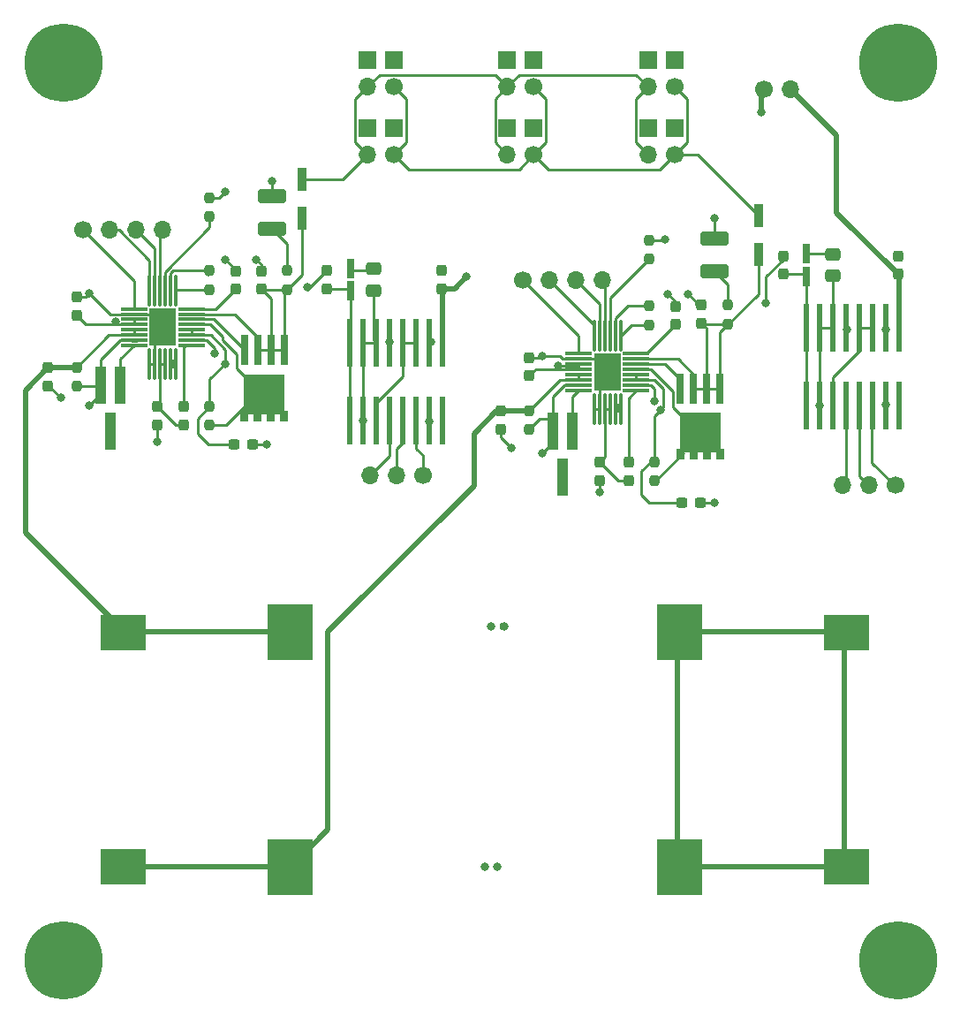
<source format=gtl>
%TF.GenerationSoftware,KiCad,Pcbnew,6.0.11+dfsg-1*%
%TF.CreationDate,2023-05-03T21:30:48-05:00*%
%TF.ProjectId,CubesatPwrBoard,43756265-7361-4745-9077-72426f617264,rev?*%
%TF.SameCoordinates,Original*%
%TF.FileFunction,Copper,L1,Top*%
%TF.FilePolarity,Positive*%
%FSLAX46Y46*%
G04 Gerber Fmt 4.6, Leading zero omitted, Abs format (unit mm)*
G04 Created by KiCad (PCBNEW 6.0.11+dfsg-1) date 2023-05-03 21:30:48*
%MOMM*%
%LPD*%
G01*
G04 APERTURE LIST*
G04 Aperture macros list*
%AMRoundRect*
0 Rectangle with rounded corners*
0 $1 Rounding radius*
0 $2 $3 $4 $5 $6 $7 $8 $9 X,Y pos of 4 corners*
0 Add a 4 corners polygon primitive as box body*
4,1,4,$2,$3,$4,$5,$6,$7,$8,$9,$2,$3,0*
0 Add four circle primitives for the rounded corners*
1,1,$1+$1,$2,$3*
1,1,$1+$1,$4,$5*
1,1,$1+$1,$6,$7*
1,1,$1+$1,$8,$9*
0 Add four rect primitives between the rounded corners*
20,1,$1+$1,$2,$3,$4,$5,0*
20,1,$1+$1,$4,$5,$6,$7,0*
20,1,$1+$1,$6,$7,$8,$9,0*
20,1,$1+$1,$8,$9,$2,$3,0*%
%AMFreePoly0*
4,1,45,3.308536,2.283536,3.310000,2.280000,3.310000,1.530000,3.308536,1.526464,3.305000,1.525000,2.600000,1.525000,2.600000,1.015000,3.305000,1.015000,3.308536,1.013536,3.310000,1.010000,3.310000,0.260000,3.308536,0.256464,3.305000,0.255000,2.600000,0.255000,2.600000,-0.255000,3.305000,-0.255000,3.308536,-0.256464,3.310000,-0.260000,3.310000,-1.010000,3.308536,-1.013536,
3.305000,-1.015000,2.600000,-1.015000,2.600000,-1.525000,3.305000,-1.525000,3.308536,-1.526464,3.310000,-1.530000,3.310000,-2.280000,3.308536,-2.283536,3.305000,-2.285000,2.285000,-2.285000,2.281464,-2.283536,2.280000,-2.280000,2.280000,-1.960000,-1.215000,-1.960000,-1.218536,-1.958536,-1.220000,-1.955000,-1.220000,1.955000,-1.218536,1.958536,-1.215000,1.960000,2.280000,1.960000,
2.280000,2.280000,2.281464,2.283536,2.285000,2.285000,3.305000,2.285000,3.308536,2.283536,3.308536,2.283536,$1*%
G04 Aperture macros list end*
%TA.AperFunction,EtchedComponent*%
%ADD10C,0.010000*%
%TD*%
%TA.AperFunction,SMDPad,CuDef*%
%ADD11R,0.700000X1.850000*%
%TD*%
%TA.AperFunction,SMDPad,CuDef*%
%ADD12RoundRect,0.237500X0.237500X-0.300000X0.237500X0.300000X-0.237500X0.300000X-0.237500X-0.300000X0*%
%TD*%
%TA.AperFunction,ComponentPad*%
%ADD13C,1.700000*%
%TD*%
%TA.AperFunction,ComponentPad*%
%ADD14R,1.700000X1.700000*%
%TD*%
%TA.AperFunction,ComponentPad*%
%ADD15O,1.700000X1.700000*%
%TD*%
%TA.AperFunction,SMDPad,CuDef*%
%ADD16RoundRect,0.041300X0.253700X-2.213700X0.253700X2.213700X-0.253700X2.213700X-0.253700X-2.213700X0*%
%TD*%
%TA.AperFunction,SMDPad,CuDef*%
%ADD17RoundRect,0.018900X1.228600X0.116100X-1.228600X0.116100X-1.228600X-0.116100X1.228600X-0.116100X0*%
%TD*%
%TA.AperFunction,SMDPad,CuDef*%
%ADD18RoundRect,0.018900X-0.116100X1.478600X-0.116100X-1.478600X0.116100X-1.478600X0.116100X1.478600X0*%
%TD*%
%TA.AperFunction,SMDPad,CuDef*%
%ADD19RoundRect,0.018900X-1.228600X-0.116100X1.228600X-0.116100X1.228600X0.116100X-1.228600X0.116100X0*%
%TD*%
%TA.AperFunction,SMDPad,CuDef*%
%ADD20RoundRect,0.018900X0.116100X-1.478600X0.116100X1.478600X-0.116100X1.478600X-0.116100X-1.478600X0*%
%TD*%
%TA.AperFunction,SMDPad,CuDef*%
%ADD21R,2.650000X3.650000*%
%TD*%
%TA.AperFunction,SMDPad,CuDef*%
%ADD22RoundRect,0.237500X0.237500X-0.250000X0.237500X0.250000X-0.237500X0.250000X-0.237500X-0.250000X0*%
%TD*%
%TA.AperFunction,SMDPad,CuDef*%
%ADD23R,0.750000X2.965000*%
%TD*%
%TA.AperFunction,SMDPad,CuDef*%
%ADD24R,0.740000X2.965000*%
%TD*%
%TA.AperFunction,SMDPad,CuDef*%
%ADD25FreePoly0,270.000000*%
%TD*%
%TA.AperFunction,SMDPad,CuDef*%
%ADD26RoundRect,0.237500X-0.237500X0.300000X-0.237500X-0.300000X0.237500X-0.300000X0.237500X0.300000X0*%
%TD*%
%TA.AperFunction,ComponentPad*%
%ADD27C,7.500000*%
%TD*%
%TA.AperFunction,ComponentPad*%
%ADD28C,2.775000*%
%TD*%
%TA.AperFunction,SMDPad,CuDef*%
%ADD29R,1.000000X3.600000*%
%TD*%
%TA.AperFunction,SMDPad,CuDef*%
%ADD30RoundRect,0.237500X-0.237500X0.287500X-0.237500X-0.287500X0.237500X-0.287500X0.237500X0.287500X0*%
%TD*%
%TA.AperFunction,SMDPad,CuDef*%
%ADD31RoundRect,0.237500X-0.300000X-0.237500X0.300000X-0.237500X0.300000X0.237500X-0.300000X0.237500X0*%
%TD*%
%TA.AperFunction,SMDPad,CuDef*%
%ADD32RoundRect,0.250000X1.100000X-0.412500X1.100000X0.412500X-1.100000X0.412500X-1.100000X-0.412500X0*%
%TD*%
%TA.AperFunction,SMDPad,CuDef*%
%ADD33RoundRect,0.237500X-0.237500X0.250000X-0.237500X-0.250000X0.237500X-0.250000X0.237500X0.250000X0*%
%TD*%
%TA.AperFunction,SMDPad,CuDef*%
%ADD34RoundRect,0.250000X-0.475000X0.337500X-0.475000X-0.337500X0.475000X-0.337500X0.475000X0.337500X0*%
%TD*%
%TA.AperFunction,SMDPad,CuDef*%
%ADD35RoundRect,0.160000X-0.197500X-0.160000X0.197500X-0.160000X0.197500X0.160000X-0.197500X0.160000X0*%
%TD*%
%TA.AperFunction,SMDPad,CuDef*%
%ADD36R,0.900000X2.250000*%
%TD*%
%TA.AperFunction,ViaPad*%
%ADD37C,0.800000*%
%TD*%
%TA.AperFunction,Conductor*%
%ADD38C,0.250000*%
%TD*%
%TA.AperFunction,Conductor*%
%ADD39C,0.500000*%
%TD*%
G04 APERTURE END LIST*
%TO.C,J3*%
G36*
X117350000Y-104075000D02*
G01*
X117302000Y-104076000D01*
X117253000Y-104080000D01*
X117205000Y-104086000D01*
X117158000Y-104095000D01*
X117111000Y-104107000D01*
X117064000Y-104120000D01*
X117019000Y-104136000D01*
X116974000Y-104155000D01*
X116930000Y-104176000D01*
X116887000Y-104199000D01*
X116846000Y-104224000D01*
X116806000Y-104252000D01*
X116768000Y-104281000D01*
X116731000Y-104313000D01*
X116696000Y-104346000D01*
X116663000Y-104381000D01*
X116631000Y-104418000D01*
X116602000Y-104456000D01*
X116574000Y-104496000D01*
X116549000Y-104538000D01*
X116526000Y-104580000D01*
X116505000Y-104624000D01*
X116486000Y-104669000D01*
X116470000Y-104714000D01*
X116457000Y-104761000D01*
X116445000Y-104808000D01*
X116436000Y-104855000D01*
X116430000Y-104903000D01*
X116426000Y-104952000D01*
X116425000Y-105000000D01*
X116426000Y-105048000D01*
X116430000Y-105097000D01*
X116436000Y-105145000D01*
X116445000Y-105192000D01*
X116457000Y-105239000D01*
X116470000Y-105286000D01*
X116486000Y-105331000D01*
X116505000Y-105376000D01*
X116526000Y-105420000D01*
X116549000Y-105462000D01*
X116574000Y-105504000D01*
X116602000Y-105544000D01*
X116631000Y-105582000D01*
X116663000Y-105619000D01*
X116696000Y-105654000D01*
X116731000Y-105687000D01*
X116768000Y-105719000D01*
X116806000Y-105748000D01*
X116846000Y-105776000D01*
X116887000Y-105801000D01*
X116930000Y-105824000D01*
X116974000Y-105845000D01*
X117019000Y-105864000D01*
X117064000Y-105880000D01*
X117111000Y-105893000D01*
X117158000Y-105905000D01*
X117205000Y-105914000D01*
X117253000Y-105920000D01*
X117302000Y-105924000D01*
X117350000Y-105925000D01*
X117350000Y-106650000D01*
X115030000Y-106650000D01*
X115030000Y-103350000D01*
X117350000Y-103350000D01*
X117350000Y-104075000D01*
G37*
D10*
X117350000Y-104075000D02*
X117302000Y-104076000D01*
X117253000Y-104080000D01*
X117205000Y-104086000D01*
X117158000Y-104095000D01*
X117111000Y-104107000D01*
X117064000Y-104120000D01*
X117019000Y-104136000D01*
X116974000Y-104155000D01*
X116930000Y-104176000D01*
X116887000Y-104199000D01*
X116846000Y-104224000D01*
X116806000Y-104252000D01*
X116768000Y-104281000D01*
X116731000Y-104313000D01*
X116696000Y-104346000D01*
X116663000Y-104381000D01*
X116631000Y-104418000D01*
X116602000Y-104456000D01*
X116574000Y-104496000D01*
X116549000Y-104538000D01*
X116526000Y-104580000D01*
X116505000Y-104624000D01*
X116486000Y-104669000D01*
X116470000Y-104714000D01*
X116457000Y-104761000D01*
X116445000Y-104808000D01*
X116436000Y-104855000D01*
X116430000Y-104903000D01*
X116426000Y-104952000D01*
X116425000Y-105000000D01*
X116426000Y-105048000D01*
X116430000Y-105097000D01*
X116436000Y-105145000D01*
X116445000Y-105192000D01*
X116457000Y-105239000D01*
X116470000Y-105286000D01*
X116486000Y-105331000D01*
X116505000Y-105376000D01*
X116526000Y-105420000D01*
X116549000Y-105462000D01*
X116574000Y-105504000D01*
X116602000Y-105544000D01*
X116631000Y-105582000D01*
X116663000Y-105619000D01*
X116696000Y-105654000D01*
X116731000Y-105687000D01*
X116768000Y-105719000D01*
X116806000Y-105748000D01*
X116846000Y-105776000D01*
X116887000Y-105801000D01*
X116930000Y-105824000D01*
X116974000Y-105845000D01*
X117019000Y-105864000D01*
X117064000Y-105880000D01*
X117111000Y-105893000D01*
X117158000Y-105905000D01*
X117205000Y-105914000D01*
X117253000Y-105920000D01*
X117302000Y-105924000D01*
X117350000Y-105925000D01*
X117350000Y-106650000D01*
X115030000Y-106650000D01*
X115030000Y-103350000D01*
X117350000Y-103350000D01*
X117350000Y-104075000D01*
G36*
X135280000Y-107600000D02*
G01*
X133350000Y-107600000D01*
X133350000Y-105925000D01*
X133398000Y-105924000D01*
X133447000Y-105920000D01*
X133495000Y-105914000D01*
X133542000Y-105905000D01*
X133589000Y-105893000D01*
X133636000Y-105880000D01*
X133681000Y-105864000D01*
X133726000Y-105845000D01*
X133770000Y-105824000D01*
X133813000Y-105801000D01*
X133854000Y-105776000D01*
X133894000Y-105748000D01*
X133932000Y-105719000D01*
X133969000Y-105687000D01*
X134004000Y-105654000D01*
X134037000Y-105619000D01*
X134069000Y-105582000D01*
X134098000Y-105544000D01*
X134126000Y-105504000D01*
X134151000Y-105462000D01*
X134174000Y-105420000D01*
X134195000Y-105376000D01*
X134214000Y-105331000D01*
X134230000Y-105286000D01*
X134243000Y-105239000D01*
X134255000Y-105192000D01*
X134264000Y-105145000D01*
X134270000Y-105097000D01*
X134274000Y-105048000D01*
X134275000Y-105000000D01*
X134274000Y-104952000D01*
X134270000Y-104903000D01*
X134264000Y-104855000D01*
X134255000Y-104808000D01*
X134243000Y-104761000D01*
X134230000Y-104714000D01*
X134214000Y-104669000D01*
X134195000Y-104624000D01*
X134174000Y-104580000D01*
X134151000Y-104538000D01*
X134126000Y-104496000D01*
X134098000Y-104456000D01*
X134069000Y-104418000D01*
X134037000Y-104381000D01*
X134004000Y-104346000D01*
X133969000Y-104313000D01*
X133932000Y-104281000D01*
X133894000Y-104252000D01*
X133854000Y-104224000D01*
X133813000Y-104199000D01*
X133770000Y-104176000D01*
X133726000Y-104155000D01*
X133681000Y-104136000D01*
X133636000Y-104120000D01*
X133589000Y-104107000D01*
X133542000Y-104095000D01*
X133495000Y-104086000D01*
X133447000Y-104080000D01*
X133398000Y-104076000D01*
X133350000Y-104075000D01*
X133350000Y-102400000D01*
X135280000Y-102400000D01*
X135280000Y-107600000D01*
G37*
X135280000Y-107600000D02*
X133350000Y-107600000D01*
X133350000Y-105925000D01*
X133398000Y-105924000D01*
X133447000Y-105920000D01*
X133495000Y-105914000D01*
X133542000Y-105905000D01*
X133589000Y-105893000D01*
X133636000Y-105880000D01*
X133681000Y-105864000D01*
X133726000Y-105845000D01*
X133770000Y-105824000D01*
X133813000Y-105801000D01*
X133854000Y-105776000D01*
X133894000Y-105748000D01*
X133932000Y-105719000D01*
X133969000Y-105687000D01*
X134004000Y-105654000D01*
X134037000Y-105619000D01*
X134069000Y-105582000D01*
X134098000Y-105544000D01*
X134126000Y-105504000D01*
X134151000Y-105462000D01*
X134174000Y-105420000D01*
X134195000Y-105376000D01*
X134214000Y-105331000D01*
X134230000Y-105286000D01*
X134243000Y-105239000D01*
X134255000Y-105192000D01*
X134264000Y-105145000D01*
X134270000Y-105097000D01*
X134274000Y-105048000D01*
X134275000Y-105000000D01*
X134274000Y-104952000D01*
X134270000Y-104903000D01*
X134264000Y-104855000D01*
X134255000Y-104808000D01*
X134243000Y-104761000D01*
X134230000Y-104714000D01*
X134214000Y-104669000D01*
X134195000Y-104624000D01*
X134174000Y-104580000D01*
X134151000Y-104538000D01*
X134126000Y-104496000D01*
X134098000Y-104456000D01*
X134069000Y-104418000D01*
X134037000Y-104381000D01*
X134004000Y-104346000D01*
X133969000Y-104313000D01*
X133932000Y-104281000D01*
X133894000Y-104252000D01*
X133854000Y-104224000D01*
X133813000Y-104199000D01*
X133770000Y-104176000D01*
X133726000Y-104155000D01*
X133681000Y-104136000D01*
X133636000Y-104120000D01*
X133589000Y-104107000D01*
X133542000Y-104095000D01*
X133495000Y-104086000D01*
X133447000Y-104080000D01*
X133398000Y-104076000D01*
X133350000Y-104075000D01*
X133350000Y-102400000D01*
X135280000Y-102400000D01*
X135280000Y-107600000D01*
G36*
X133345000Y-104075000D02*
G01*
X133297000Y-104076000D01*
X133249000Y-104080000D01*
X133201000Y-104086000D01*
X133154000Y-104095000D01*
X133107000Y-104106000D01*
X133061000Y-104120000D01*
X133015000Y-104136000D01*
X132971000Y-104155000D01*
X132927000Y-104175000D01*
X132885000Y-104198000D01*
X132844000Y-104223000D01*
X132804000Y-104251000D01*
X132766000Y-104280000D01*
X132729000Y-104311000D01*
X132694000Y-104344000D01*
X132661000Y-104379000D01*
X132630000Y-104416000D01*
X132601000Y-104454000D01*
X132573000Y-104494000D01*
X132548000Y-104535000D01*
X132525000Y-104577000D01*
X132505000Y-104621000D01*
X132486000Y-104665000D01*
X132470000Y-104711000D01*
X132456000Y-104757000D01*
X132445000Y-104804000D01*
X132436000Y-104851000D01*
X132430000Y-104899000D01*
X132426000Y-104947000D01*
X132425000Y-104995000D01*
X132425000Y-105005000D01*
X132426000Y-105053000D01*
X132430000Y-105101000D01*
X132436000Y-105149000D01*
X132445000Y-105196000D01*
X132456000Y-105243000D01*
X132470000Y-105289000D01*
X132486000Y-105335000D01*
X132505000Y-105379000D01*
X132525000Y-105423000D01*
X132548000Y-105465000D01*
X132573000Y-105506000D01*
X132601000Y-105546000D01*
X132630000Y-105584000D01*
X132661000Y-105621000D01*
X132694000Y-105656000D01*
X132729000Y-105689000D01*
X132766000Y-105720000D01*
X132804000Y-105749000D01*
X132844000Y-105777000D01*
X132885000Y-105802000D01*
X132927000Y-105825000D01*
X132971000Y-105845000D01*
X133015000Y-105864000D01*
X133061000Y-105880000D01*
X133107000Y-105894000D01*
X133154000Y-105905000D01*
X133201000Y-105914000D01*
X133249000Y-105920000D01*
X133297000Y-105924000D01*
X133345000Y-105925000D01*
X133345000Y-107600000D01*
X131040000Y-107600000D01*
X131040000Y-102400000D01*
X133345000Y-102400000D01*
X133345000Y-104075000D01*
G37*
X133345000Y-104075000D02*
X133297000Y-104076000D01*
X133249000Y-104080000D01*
X133201000Y-104086000D01*
X133154000Y-104095000D01*
X133107000Y-104106000D01*
X133061000Y-104120000D01*
X133015000Y-104136000D01*
X132971000Y-104155000D01*
X132927000Y-104175000D01*
X132885000Y-104198000D01*
X132844000Y-104223000D01*
X132804000Y-104251000D01*
X132766000Y-104280000D01*
X132729000Y-104311000D01*
X132694000Y-104344000D01*
X132661000Y-104379000D01*
X132630000Y-104416000D01*
X132601000Y-104454000D01*
X132573000Y-104494000D01*
X132548000Y-104535000D01*
X132525000Y-104577000D01*
X132505000Y-104621000D01*
X132486000Y-104665000D01*
X132470000Y-104711000D01*
X132456000Y-104757000D01*
X132445000Y-104804000D01*
X132436000Y-104851000D01*
X132430000Y-104899000D01*
X132426000Y-104947000D01*
X132425000Y-104995000D01*
X132425000Y-105005000D01*
X132426000Y-105053000D01*
X132430000Y-105101000D01*
X132436000Y-105149000D01*
X132445000Y-105196000D01*
X132456000Y-105243000D01*
X132470000Y-105289000D01*
X132486000Y-105335000D01*
X132505000Y-105379000D01*
X132525000Y-105423000D01*
X132548000Y-105465000D01*
X132573000Y-105506000D01*
X132601000Y-105546000D01*
X132630000Y-105584000D01*
X132661000Y-105621000D01*
X132694000Y-105656000D01*
X132729000Y-105689000D01*
X132766000Y-105720000D01*
X132804000Y-105749000D01*
X132844000Y-105777000D01*
X132885000Y-105802000D01*
X132927000Y-105825000D01*
X132971000Y-105845000D01*
X133015000Y-105864000D01*
X133061000Y-105880000D01*
X133107000Y-105894000D01*
X133154000Y-105905000D01*
X133201000Y-105914000D01*
X133249000Y-105920000D01*
X133297000Y-105924000D01*
X133345000Y-105925000D01*
X133345000Y-107600000D01*
X131040000Y-107600000D01*
X131040000Y-102400000D01*
X133345000Y-102400000D01*
X133345000Y-104075000D01*
G36*
X119270000Y-106650000D02*
G01*
X117355000Y-106650000D01*
X117355000Y-105925000D01*
X117403000Y-105924000D01*
X117451000Y-105920000D01*
X117499000Y-105914000D01*
X117546000Y-105905000D01*
X117593000Y-105894000D01*
X117639000Y-105880000D01*
X117685000Y-105864000D01*
X117729000Y-105845000D01*
X117773000Y-105825000D01*
X117815000Y-105802000D01*
X117856000Y-105777000D01*
X117896000Y-105749000D01*
X117934000Y-105720000D01*
X117971000Y-105689000D01*
X118006000Y-105656000D01*
X118039000Y-105621000D01*
X118070000Y-105584000D01*
X118099000Y-105546000D01*
X118127000Y-105506000D01*
X118152000Y-105465000D01*
X118175000Y-105423000D01*
X118195000Y-105379000D01*
X118214000Y-105335000D01*
X118230000Y-105289000D01*
X118244000Y-105243000D01*
X118255000Y-105196000D01*
X118264000Y-105149000D01*
X118270000Y-105101000D01*
X118274000Y-105053000D01*
X118275000Y-105005000D01*
X118275000Y-104995000D01*
X118274000Y-104947000D01*
X118270000Y-104899000D01*
X118264000Y-104851000D01*
X118255000Y-104804000D01*
X118244000Y-104757000D01*
X118230000Y-104711000D01*
X118214000Y-104665000D01*
X118195000Y-104621000D01*
X118175000Y-104577000D01*
X118152000Y-104535000D01*
X118127000Y-104494000D01*
X118099000Y-104454000D01*
X118070000Y-104416000D01*
X118039000Y-104379000D01*
X118006000Y-104344000D01*
X117971000Y-104311000D01*
X117934000Y-104280000D01*
X117896000Y-104251000D01*
X117856000Y-104223000D01*
X117815000Y-104198000D01*
X117773000Y-104175000D01*
X117729000Y-104155000D01*
X117685000Y-104136000D01*
X117639000Y-104120000D01*
X117593000Y-104106000D01*
X117546000Y-104095000D01*
X117499000Y-104086000D01*
X117451000Y-104080000D01*
X117403000Y-104076000D01*
X117355000Y-104075000D01*
X117355000Y-103350000D01*
X119270000Y-103350000D01*
X119270000Y-106650000D01*
G37*
X119270000Y-106650000D02*
X117355000Y-106650000D01*
X117355000Y-105925000D01*
X117403000Y-105924000D01*
X117451000Y-105920000D01*
X117499000Y-105914000D01*
X117546000Y-105905000D01*
X117593000Y-105894000D01*
X117639000Y-105880000D01*
X117685000Y-105864000D01*
X117729000Y-105845000D01*
X117773000Y-105825000D01*
X117815000Y-105802000D01*
X117856000Y-105777000D01*
X117896000Y-105749000D01*
X117934000Y-105720000D01*
X117971000Y-105689000D01*
X118006000Y-105656000D01*
X118039000Y-105621000D01*
X118070000Y-105584000D01*
X118099000Y-105546000D01*
X118127000Y-105506000D01*
X118152000Y-105465000D01*
X118175000Y-105423000D01*
X118195000Y-105379000D01*
X118214000Y-105335000D01*
X118230000Y-105289000D01*
X118244000Y-105243000D01*
X118255000Y-105196000D01*
X118264000Y-105149000D01*
X118270000Y-105101000D01*
X118274000Y-105053000D01*
X118275000Y-105005000D01*
X118275000Y-104995000D01*
X118274000Y-104947000D01*
X118270000Y-104899000D01*
X118264000Y-104851000D01*
X118255000Y-104804000D01*
X118244000Y-104757000D01*
X118230000Y-104711000D01*
X118214000Y-104665000D01*
X118195000Y-104621000D01*
X118175000Y-104577000D01*
X118152000Y-104535000D01*
X118127000Y-104494000D01*
X118099000Y-104454000D01*
X118070000Y-104416000D01*
X118039000Y-104379000D01*
X118006000Y-104344000D01*
X117971000Y-104311000D01*
X117934000Y-104280000D01*
X117896000Y-104251000D01*
X117856000Y-104223000D01*
X117815000Y-104198000D01*
X117773000Y-104175000D01*
X117729000Y-104155000D01*
X117685000Y-104136000D01*
X117639000Y-104120000D01*
X117593000Y-104106000D01*
X117546000Y-104095000D01*
X117499000Y-104086000D01*
X117451000Y-104080000D01*
X117403000Y-104076000D01*
X117355000Y-104075000D01*
X117355000Y-103350000D01*
X119270000Y-103350000D01*
X119270000Y-106650000D01*
%TO.C,J6*%
G36*
X170350000Y-126575000D02*
G01*
X170302000Y-126576000D01*
X170253000Y-126580000D01*
X170205000Y-126586000D01*
X170158000Y-126595000D01*
X170111000Y-126607000D01*
X170064000Y-126620000D01*
X170019000Y-126636000D01*
X169974000Y-126655000D01*
X169930000Y-126676000D01*
X169887000Y-126699000D01*
X169846000Y-126724000D01*
X169806000Y-126752000D01*
X169768000Y-126781000D01*
X169731000Y-126813000D01*
X169696000Y-126846000D01*
X169663000Y-126881000D01*
X169631000Y-126918000D01*
X169602000Y-126956000D01*
X169574000Y-126996000D01*
X169549000Y-127038000D01*
X169526000Y-127080000D01*
X169505000Y-127124000D01*
X169486000Y-127169000D01*
X169470000Y-127214000D01*
X169457000Y-127261000D01*
X169445000Y-127308000D01*
X169436000Y-127355000D01*
X169430000Y-127403000D01*
X169426000Y-127452000D01*
X169425000Y-127500000D01*
X169426000Y-127548000D01*
X169430000Y-127597000D01*
X169436000Y-127645000D01*
X169445000Y-127692000D01*
X169457000Y-127739000D01*
X169470000Y-127786000D01*
X169486000Y-127831000D01*
X169505000Y-127876000D01*
X169526000Y-127920000D01*
X169549000Y-127962000D01*
X169574000Y-128004000D01*
X169602000Y-128044000D01*
X169631000Y-128082000D01*
X169663000Y-128119000D01*
X169696000Y-128154000D01*
X169731000Y-128187000D01*
X169768000Y-128219000D01*
X169806000Y-128248000D01*
X169846000Y-128276000D01*
X169887000Y-128301000D01*
X169930000Y-128324000D01*
X169974000Y-128345000D01*
X170019000Y-128364000D01*
X170064000Y-128380000D01*
X170111000Y-128393000D01*
X170158000Y-128405000D01*
X170205000Y-128414000D01*
X170253000Y-128420000D01*
X170302000Y-128424000D01*
X170350000Y-128425000D01*
X170350000Y-130100000D01*
X168420000Y-130100000D01*
X168420000Y-124900000D01*
X170350000Y-124900000D01*
X170350000Y-126575000D01*
G37*
X170350000Y-126575000D02*
X170302000Y-126576000D01*
X170253000Y-126580000D01*
X170205000Y-126586000D01*
X170158000Y-126595000D01*
X170111000Y-126607000D01*
X170064000Y-126620000D01*
X170019000Y-126636000D01*
X169974000Y-126655000D01*
X169930000Y-126676000D01*
X169887000Y-126699000D01*
X169846000Y-126724000D01*
X169806000Y-126752000D01*
X169768000Y-126781000D01*
X169731000Y-126813000D01*
X169696000Y-126846000D01*
X169663000Y-126881000D01*
X169631000Y-126918000D01*
X169602000Y-126956000D01*
X169574000Y-126996000D01*
X169549000Y-127038000D01*
X169526000Y-127080000D01*
X169505000Y-127124000D01*
X169486000Y-127169000D01*
X169470000Y-127214000D01*
X169457000Y-127261000D01*
X169445000Y-127308000D01*
X169436000Y-127355000D01*
X169430000Y-127403000D01*
X169426000Y-127452000D01*
X169425000Y-127500000D01*
X169426000Y-127548000D01*
X169430000Y-127597000D01*
X169436000Y-127645000D01*
X169445000Y-127692000D01*
X169457000Y-127739000D01*
X169470000Y-127786000D01*
X169486000Y-127831000D01*
X169505000Y-127876000D01*
X169526000Y-127920000D01*
X169549000Y-127962000D01*
X169574000Y-128004000D01*
X169602000Y-128044000D01*
X169631000Y-128082000D01*
X169663000Y-128119000D01*
X169696000Y-128154000D01*
X169731000Y-128187000D01*
X169768000Y-128219000D01*
X169806000Y-128248000D01*
X169846000Y-128276000D01*
X169887000Y-128301000D01*
X169930000Y-128324000D01*
X169974000Y-128345000D01*
X170019000Y-128364000D01*
X170064000Y-128380000D01*
X170111000Y-128393000D01*
X170158000Y-128405000D01*
X170205000Y-128414000D01*
X170253000Y-128420000D01*
X170302000Y-128424000D01*
X170350000Y-128425000D01*
X170350000Y-130100000D01*
X168420000Y-130100000D01*
X168420000Y-124900000D01*
X170350000Y-124900000D01*
X170350000Y-126575000D01*
G36*
X188670000Y-129150000D02*
G01*
X186350000Y-129150000D01*
X186350000Y-128425000D01*
X186398000Y-128424000D01*
X186447000Y-128420000D01*
X186495000Y-128414000D01*
X186542000Y-128405000D01*
X186589000Y-128393000D01*
X186636000Y-128380000D01*
X186681000Y-128364000D01*
X186726000Y-128345000D01*
X186770000Y-128324000D01*
X186813000Y-128301000D01*
X186854000Y-128276000D01*
X186894000Y-128248000D01*
X186932000Y-128219000D01*
X186969000Y-128187000D01*
X187004000Y-128154000D01*
X187037000Y-128119000D01*
X187069000Y-128082000D01*
X187098000Y-128044000D01*
X187126000Y-128004000D01*
X187151000Y-127962000D01*
X187174000Y-127920000D01*
X187195000Y-127876000D01*
X187214000Y-127831000D01*
X187230000Y-127786000D01*
X187243000Y-127739000D01*
X187255000Y-127692000D01*
X187264000Y-127645000D01*
X187270000Y-127597000D01*
X187274000Y-127548000D01*
X187275000Y-127500000D01*
X187274000Y-127452000D01*
X187270000Y-127403000D01*
X187264000Y-127355000D01*
X187255000Y-127308000D01*
X187243000Y-127261000D01*
X187230000Y-127214000D01*
X187214000Y-127169000D01*
X187195000Y-127124000D01*
X187174000Y-127080000D01*
X187151000Y-127038000D01*
X187126000Y-126996000D01*
X187098000Y-126956000D01*
X187069000Y-126918000D01*
X187037000Y-126881000D01*
X187004000Y-126846000D01*
X186969000Y-126813000D01*
X186932000Y-126781000D01*
X186894000Y-126752000D01*
X186854000Y-126724000D01*
X186813000Y-126699000D01*
X186770000Y-126676000D01*
X186726000Y-126655000D01*
X186681000Y-126636000D01*
X186636000Y-126620000D01*
X186589000Y-126607000D01*
X186542000Y-126595000D01*
X186495000Y-126586000D01*
X186447000Y-126580000D01*
X186398000Y-126576000D01*
X186350000Y-126575000D01*
X186350000Y-125850000D01*
X188670000Y-125850000D01*
X188670000Y-129150000D01*
G37*
X188670000Y-129150000D02*
X186350000Y-129150000D01*
X186350000Y-128425000D01*
X186398000Y-128424000D01*
X186447000Y-128420000D01*
X186495000Y-128414000D01*
X186542000Y-128405000D01*
X186589000Y-128393000D01*
X186636000Y-128380000D01*
X186681000Y-128364000D01*
X186726000Y-128345000D01*
X186770000Y-128324000D01*
X186813000Y-128301000D01*
X186854000Y-128276000D01*
X186894000Y-128248000D01*
X186932000Y-128219000D01*
X186969000Y-128187000D01*
X187004000Y-128154000D01*
X187037000Y-128119000D01*
X187069000Y-128082000D01*
X187098000Y-128044000D01*
X187126000Y-128004000D01*
X187151000Y-127962000D01*
X187174000Y-127920000D01*
X187195000Y-127876000D01*
X187214000Y-127831000D01*
X187230000Y-127786000D01*
X187243000Y-127739000D01*
X187255000Y-127692000D01*
X187264000Y-127645000D01*
X187270000Y-127597000D01*
X187274000Y-127548000D01*
X187275000Y-127500000D01*
X187274000Y-127452000D01*
X187270000Y-127403000D01*
X187264000Y-127355000D01*
X187255000Y-127308000D01*
X187243000Y-127261000D01*
X187230000Y-127214000D01*
X187214000Y-127169000D01*
X187195000Y-127124000D01*
X187174000Y-127080000D01*
X187151000Y-127038000D01*
X187126000Y-126996000D01*
X187098000Y-126956000D01*
X187069000Y-126918000D01*
X187037000Y-126881000D01*
X187004000Y-126846000D01*
X186969000Y-126813000D01*
X186932000Y-126781000D01*
X186894000Y-126752000D01*
X186854000Y-126724000D01*
X186813000Y-126699000D01*
X186770000Y-126676000D01*
X186726000Y-126655000D01*
X186681000Y-126636000D01*
X186636000Y-126620000D01*
X186589000Y-126607000D01*
X186542000Y-126595000D01*
X186495000Y-126586000D01*
X186447000Y-126580000D01*
X186398000Y-126576000D01*
X186350000Y-126575000D01*
X186350000Y-125850000D01*
X188670000Y-125850000D01*
X188670000Y-129150000D01*
G36*
X172660000Y-130100000D02*
G01*
X170355000Y-130100000D01*
X170355000Y-128425000D01*
X170403000Y-128424000D01*
X170451000Y-128420000D01*
X170499000Y-128414000D01*
X170546000Y-128405000D01*
X170593000Y-128394000D01*
X170639000Y-128380000D01*
X170685000Y-128364000D01*
X170729000Y-128345000D01*
X170773000Y-128325000D01*
X170815000Y-128302000D01*
X170856000Y-128277000D01*
X170896000Y-128249000D01*
X170934000Y-128220000D01*
X170971000Y-128189000D01*
X171006000Y-128156000D01*
X171039000Y-128121000D01*
X171070000Y-128084000D01*
X171099000Y-128046000D01*
X171127000Y-128006000D01*
X171152000Y-127965000D01*
X171175000Y-127923000D01*
X171195000Y-127879000D01*
X171214000Y-127835000D01*
X171230000Y-127789000D01*
X171244000Y-127743000D01*
X171255000Y-127696000D01*
X171264000Y-127649000D01*
X171270000Y-127601000D01*
X171274000Y-127553000D01*
X171275000Y-127505000D01*
X171275000Y-127495000D01*
X171274000Y-127447000D01*
X171270000Y-127399000D01*
X171264000Y-127351000D01*
X171255000Y-127304000D01*
X171244000Y-127257000D01*
X171230000Y-127211000D01*
X171214000Y-127165000D01*
X171195000Y-127121000D01*
X171175000Y-127077000D01*
X171152000Y-127035000D01*
X171127000Y-126994000D01*
X171099000Y-126954000D01*
X171070000Y-126916000D01*
X171039000Y-126879000D01*
X171006000Y-126844000D01*
X170971000Y-126811000D01*
X170934000Y-126780000D01*
X170896000Y-126751000D01*
X170856000Y-126723000D01*
X170815000Y-126698000D01*
X170773000Y-126675000D01*
X170729000Y-126655000D01*
X170685000Y-126636000D01*
X170639000Y-126620000D01*
X170593000Y-126606000D01*
X170546000Y-126595000D01*
X170499000Y-126586000D01*
X170451000Y-126580000D01*
X170403000Y-126576000D01*
X170355000Y-126575000D01*
X170355000Y-124900000D01*
X172660000Y-124900000D01*
X172660000Y-130100000D01*
G37*
X172660000Y-130100000D02*
X170355000Y-130100000D01*
X170355000Y-128425000D01*
X170403000Y-128424000D01*
X170451000Y-128420000D01*
X170499000Y-128414000D01*
X170546000Y-128405000D01*
X170593000Y-128394000D01*
X170639000Y-128380000D01*
X170685000Y-128364000D01*
X170729000Y-128345000D01*
X170773000Y-128325000D01*
X170815000Y-128302000D01*
X170856000Y-128277000D01*
X170896000Y-128249000D01*
X170934000Y-128220000D01*
X170971000Y-128189000D01*
X171006000Y-128156000D01*
X171039000Y-128121000D01*
X171070000Y-128084000D01*
X171099000Y-128046000D01*
X171127000Y-128006000D01*
X171152000Y-127965000D01*
X171175000Y-127923000D01*
X171195000Y-127879000D01*
X171214000Y-127835000D01*
X171230000Y-127789000D01*
X171244000Y-127743000D01*
X171255000Y-127696000D01*
X171264000Y-127649000D01*
X171270000Y-127601000D01*
X171274000Y-127553000D01*
X171275000Y-127505000D01*
X171275000Y-127495000D01*
X171274000Y-127447000D01*
X171270000Y-127399000D01*
X171264000Y-127351000D01*
X171255000Y-127304000D01*
X171244000Y-127257000D01*
X171230000Y-127211000D01*
X171214000Y-127165000D01*
X171195000Y-127121000D01*
X171175000Y-127077000D01*
X171152000Y-127035000D01*
X171127000Y-126994000D01*
X171099000Y-126954000D01*
X171070000Y-126916000D01*
X171039000Y-126879000D01*
X171006000Y-126844000D01*
X170971000Y-126811000D01*
X170934000Y-126780000D01*
X170896000Y-126751000D01*
X170856000Y-126723000D01*
X170815000Y-126698000D01*
X170773000Y-126675000D01*
X170729000Y-126655000D01*
X170685000Y-126636000D01*
X170639000Y-126620000D01*
X170593000Y-126606000D01*
X170546000Y-126595000D01*
X170499000Y-126586000D01*
X170451000Y-126580000D01*
X170403000Y-126576000D01*
X170355000Y-126575000D01*
X170355000Y-124900000D01*
X172660000Y-124900000D01*
X172660000Y-130100000D01*
G36*
X186345000Y-126575000D02*
G01*
X186297000Y-126576000D01*
X186249000Y-126580000D01*
X186201000Y-126586000D01*
X186154000Y-126595000D01*
X186107000Y-126606000D01*
X186061000Y-126620000D01*
X186015000Y-126636000D01*
X185971000Y-126655000D01*
X185927000Y-126675000D01*
X185885000Y-126698000D01*
X185844000Y-126723000D01*
X185804000Y-126751000D01*
X185766000Y-126780000D01*
X185729000Y-126811000D01*
X185694000Y-126844000D01*
X185661000Y-126879000D01*
X185630000Y-126916000D01*
X185601000Y-126954000D01*
X185573000Y-126994000D01*
X185548000Y-127035000D01*
X185525000Y-127077000D01*
X185505000Y-127121000D01*
X185486000Y-127165000D01*
X185470000Y-127211000D01*
X185456000Y-127257000D01*
X185445000Y-127304000D01*
X185436000Y-127351000D01*
X185430000Y-127399000D01*
X185426000Y-127447000D01*
X185425000Y-127495000D01*
X185425000Y-127505000D01*
X185426000Y-127553000D01*
X185430000Y-127601000D01*
X185436000Y-127649000D01*
X185445000Y-127696000D01*
X185456000Y-127743000D01*
X185470000Y-127789000D01*
X185486000Y-127835000D01*
X185505000Y-127879000D01*
X185525000Y-127923000D01*
X185548000Y-127965000D01*
X185573000Y-128006000D01*
X185601000Y-128046000D01*
X185630000Y-128084000D01*
X185661000Y-128121000D01*
X185694000Y-128156000D01*
X185729000Y-128189000D01*
X185766000Y-128220000D01*
X185804000Y-128249000D01*
X185844000Y-128277000D01*
X185885000Y-128302000D01*
X185927000Y-128325000D01*
X185971000Y-128345000D01*
X186015000Y-128364000D01*
X186061000Y-128380000D01*
X186107000Y-128394000D01*
X186154000Y-128405000D01*
X186201000Y-128414000D01*
X186249000Y-128420000D01*
X186297000Y-128424000D01*
X186345000Y-128425000D01*
X186345000Y-129150000D01*
X184430000Y-129150000D01*
X184430000Y-125850000D01*
X186345000Y-125850000D01*
X186345000Y-126575000D01*
G37*
X186345000Y-126575000D02*
X186297000Y-126576000D01*
X186249000Y-126580000D01*
X186201000Y-126586000D01*
X186154000Y-126595000D01*
X186107000Y-126606000D01*
X186061000Y-126620000D01*
X186015000Y-126636000D01*
X185971000Y-126655000D01*
X185927000Y-126675000D01*
X185885000Y-126698000D01*
X185844000Y-126723000D01*
X185804000Y-126751000D01*
X185766000Y-126780000D01*
X185729000Y-126811000D01*
X185694000Y-126844000D01*
X185661000Y-126879000D01*
X185630000Y-126916000D01*
X185601000Y-126954000D01*
X185573000Y-126994000D01*
X185548000Y-127035000D01*
X185525000Y-127077000D01*
X185505000Y-127121000D01*
X185486000Y-127165000D01*
X185470000Y-127211000D01*
X185456000Y-127257000D01*
X185445000Y-127304000D01*
X185436000Y-127351000D01*
X185430000Y-127399000D01*
X185426000Y-127447000D01*
X185425000Y-127495000D01*
X185425000Y-127505000D01*
X185426000Y-127553000D01*
X185430000Y-127601000D01*
X185436000Y-127649000D01*
X185445000Y-127696000D01*
X185456000Y-127743000D01*
X185470000Y-127789000D01*
X185486000Y-127835000D01*
X185505000Y-127879000D01*
X185525000Y-127923000D01*
X185548000Y-127965000D01*
X185573000Y-128006000D01*
X185601000Y-128046000D01*
X185630000Y-128084000D01*
X185661000Y-128121000D01*
X185694000Y-128156000D01*
X185729000Y-128189000D01*
X185766000Y-128220000D01*
X185804000Y-128249000D01*
X185844000Y-128277000D01*
X185885000Y-128302000D01*
X185927000Y-128325000D01*
X185971000Y-128345000D01*
X186015000Y-128364000D01*
X186061000Y-128380000D01*
X186107000Y-128394000D01*
X186154000Y-128405000D01*
X186201000Y-128414000D01*
X186249000Y-128420000D01*
X186297000Y-128424000D01*
X186345000Y-128425000D01*
X186345000Y-129150000D01*
X184430000Y-129150000D01*
X184430000Y-125850000D01*
X186345000Y-125850000D01*
X186345000Y-126575000D01*
%TO.C,J5*%
G36*
X117350000Y-126575000D02*
G01*
X117302000Y-126576000D01*
X117253000Y-126580000D01*
X117205000Y-126586000D01*
X117158000Y-126595000D01*
X117111000Y-126607000D01*
X117064000Y-126620000D01*
X117019000Y-126636000D01*
X116974000Y-126655000D01*
X116930000Y-126676000D01*
X116887000Y-126699000D01*
X116846000Y-126724000D01*
X116806000Y-126752000D01*
X116768000Y-126781000D01*
X116731000Y-126813000D01*
X116696000Y-126846000D01*
X116663000Y-126881000D01*
X116631000Y-126918000D01*
X116602000Y-126956000D01*
X116574000Y-126996000D01*
X116549000Y-127038000D01*
X116526000Y-127080000D01*
X116505000Y-127124000D01*
X116486000Y-127169000D01*
X116470000Y-127214000D01*
X116457000Y-127261000D01*
X116445000Y-127308000D01*
X116436000Y-127355000D01*
X116430000Y-127403000D01*
X116426000Y-127452000D01*
X116425000Y-127500000D01*
X116426000Y-127548000D01*
X116430000Y-127597000D01*
X116436000Y-127645000D01*
X116445000Y-127692000D01*
X116457000Y-127739000D01*
X116470000Y-127786000D01*
X116486000Y-127831000D01*
X116505000Y-127876000D01*
X116526000Y-127920000D01*
X116549000Y-127962000D01*
X116574000Y-128004000D01*
X116602000Y-128044000D01*
X116631000Y-128082000D01*
X116663000Y-128119000D01*
X116696000Y-128154000D01*
X116731000Y-128187000D01*
X116768000Y-128219000D01*
X116806000Y-128248000D01*
X116846000Y-128276000D01*
X116887000Y-128301000D01*
X116930000Y-128324000D01*
X116974000Y-128345000D01*
X117019000Y-128364000D01*
X117064000Y-128380000D01*
X117111000Y-128393000D01*
X117158000Y-128405000D01*
X117205000Y-128414000D01*
X117253000Y-128420000D01*
X117302000Y-128424000D01*
X117350000Y-128425000D01*
X117350000Y-129150000D01*
X115030000Y-129150000D01*
X115030000Y-125850000D01*
X117350000Y-125850000D01*
X117350000Y-126575000D01*
G37*
X117350000Y-126575000D02*
X117302000Y-126576000D01*
X117253000Y-126580000D01*
X117205000Y-126586000D01*
X117158000Y-126595000D01*
X117111000Y-126607000D01*
X117064000Y-126620000D01*
X117019000Y-126636000D01*
X116974000Y-126655000D01*
X116930000Y-126676000D01*
X116887000Y-126699000D01*
X116846000Y-126724000D01*
X116806000Y-126752000D01*
X116768000Y-126781000D01*
X116731000Y-126813000D01*
X116696000Y-126846000D01*
X116663000Y-126881000D01*
X116631000Y-126918000D01*
X116602000Y-126956000D01*
X116574000Y-126996000D01*
X116549000Y-127038000D01*
X116526000Y-127080000D01*
X116505000Y-127124000D01*
X116486000Y-127169000D01*
X116470000Y-127214000D01*
X116457000Y-127261000D01*
X116445000Y-127308000D01*
X116436000Y-127355000D01*
X116430000Y-127403000D01*
X116426000Y-127452000D01*
X116425000Y-127500000D01*
X116426000Y-127548000D01*
X116430000Y-127597000D01*
X116436000Y-127645000D01*
X116445000Y-127692000D01*
X116457000Y-127739000D01*
X116470000Y-127786000D01*
X116486000Y-127831000D01*
X116505000Y-127876000D01*
X116526000Y-127920000D01*
X116549000Y-127962000D01*
X116574000Y-128004000D01*
X116602000Y-128044000D01*
X116631000Y-128082000D01*
X116663000Y-128119000D01*
X116696000Y-128154000D01*
X116731000Y-128187000D01*
X116768000Y-128219000D01*
X116806000Y-128248000D01*
X116846000Y-128276000D01*
X116887000Y-128301000D01*
X116930000Y-128324000D01*
X116974000Y-128345000D01*
X117019000Y-128364000D01*
X117064000Y-128380000D01*
X117111000Y-128393000D01*
X117158000Y-128405000D01*
X117205000Y-128414000D01*
X117253000Y-128420000D01*
X117302000Y-128424000D01*
X117350000Y-128425000D01*
X117350000Y-129150000D01*
X115030000Y-129150000D01*
X115030000Y-125850000D01*
X117350000Y-125850000D01*
X117350000Y-126575000D01*
G36*
X135280000Y-130100000D02*
G01*
X133350000Y-130100000D01*
X133350000Y-128425000D01*
X133398000Y-128424000D01*
X133447000Y-128420000D01*
X133495000Y-128414000D01*
X133542000Y-128405000D01*
X133589000Y-128393000D01*
X133636000Y-128380000D01*
X133681000Y-128364000D01*
X133726000Y-128345000D01*
X133770000Y-128324000D01*
X133813000Y-128301000D01*
X133854000Y-128276000D01*
X133894000Y-128248000D01*
X133932000Y-128219000D01*
X133969000Y-128187000D01*
X134004000Y-128154000D01*
X134037000Y-128119000D01*
X134069000Y-128082000D01*
X134098000Y-128044000D01*
X134126000Y-128004000D01*
X134151000Y-127962000D01*
X134174000Y-127920000D01*
X134195000Y-127876000D01*
X134214000Y-127831000D01*
X134230000Y-127786000D01*
X134243000Y-127739000D01*
X134255000Y-127692000D01*
X134264000Y-127645000D01*
X134270000Y-127597000D01*
X134274000Y-127548000D01*
X134275000Y-127500000D01*
X134274000Y-127452000D01*
X134270000Y-127403000D01*
X134264000Y-127355000D01*
X134255000Y-127308000D01*
X134243000Y-127261000D01*
X134230000Y-127214000D01*
X134214000Y-127169000D01*
X134195000Y-127124000D01*
X134174000Y-127080000D01*
X134151000Y-127038000D01*
X134126000Y-126996000D01*
X134098000Y-126956000D01*
X134069000Y-126918000D01*
X134037000Y-126881000D01*
X134004000Y-126846000D01*
X133969000Y-126813000D01*
X133932000Y-126781000D01*
X133894000Y-126752000D01*
X133854000Y-126724000D01*
X133813000Y-126699000D01*
X133770000Y-126676000D01*
X133726000Y-126655000D01*
X133681000Y-126636000D01*
X133636000Y-126620000D01*
X133589000Y-126607000D01*
X133542000Y-126595000D01*
X133495000Y-126586000D01*
X133447000Y-126580000D01*
X133398000Y-126576000D01*
X133350000Y-126575000D01*
X133350000Y-124900000D01*
X135280000Y-124900000D01*
X135280000Y-130100000D01*
G37*
X135280000Y-130100000D02*
X133350000Y-130100000D01*
X133350000Y-128425000D01*
X133398000Y-128424000D01*
X133447000Y-128420000D01*
X133495000Y-128414000D01*
X133542000Y-128405000D01*
X133589000Y-128393000D01*
X133636000Y-128380000D01*
X133681000Y-128364000D01*
X133726000Y-128345000D01*
X133770000Y-128324000D01*
X133813000Y-128301000D01*
X133854000Y-128276000D01*
X133894000Y-128248000D01*
X133932000Y-128219000D01*
X133969000Y-128187000D01*
X134004000Y-128154000D01*
X134037000Y-128119000D01*
X134069000Y-128082000D01*
X134098000Y-128044000D01*
X134126000Y-128004000D01*
X134151000Y-127962000D01*
X134174000Y-127920000D01*
X134195000Y-127876000D01*
X134214000Y-127831000D01*
X134230000Y-127786000D01*
X134243000Y-127739000D01*
X134255000Y-127692000D01*
X134264000Y-127645000D01*
X134270000Y-127597000D01*
X134274000Y-127548000D01*
X134275000Y-127500000D01*
X134274000Y-127452000D01*
X134270000Y-127403000D01*
X134264000Y-127355000D01*
X134255000Y-127308000D01*
X134243000Y-127261000D01*
X134230000Y-127214000D01*
X134214000Y-127169000D01*
X134195000Y-127124000D01*
X134174000Y-127080000D01*
X134151000Y-127038000D01*
X134126000Y-126996000D01*
X134098000Y-126956000D01*
X134069000Y-126918000D01*
X134037000Y-126881000D01*
X134004000Y-126846000D01*
X133969000Y-126813000D01*
X133932000Y-126781000D01*
X133894000Y-126752000D01*
X133854000Y-126724000D01*
X133813000Y-126699000D01*
X133770000Y-126676000D01*
X133726000Y-126655000D01*
X133681000Y-126636000D01*
X133636000Y-126620000D01*
X133589000Y-126607000D01*
X133542000Y-126595000D01*
X133495000Y-126586000D01*
X133447000Y-126580000D01*
X133398000Y-126576000D01*
X133350000Y-126575000D01*
X133350000Y-124900000D01*
X135280000Y-124900000D01*
X135280000Y-130100000D01*
G36*
X133345000Y-126575000D02*
G01*
X133297000Y-126576000D01*
X133249000Y-126580000D01*
X133201000Y-126586000D01*
X133154000Y-126595000D01*
X133107000Y-126606000D01*
X133061000Y-126620000D01*
X133015000Y-126636000D01*
X132971000Y-126655000D01*
X132927000Y-126675000D01*
X132885000Y-126698000D01*
X132844000Y-126723000D01*
X132804000Y-126751000D01*
X132766000Y-126780000D01*
X132729000Y-126811000D01*
X132694000Y-126844000D01*
X132661000Y-126879000D01*
X132630000Y-126916000D01*
X132601000Y-126954000D01*
X132573000Y-126994000D01*
X132548000Y-127035000D01*
X132525000Y-127077000D01*
X132505000Y-127121000D01*
X132486000Y-127165000D01*
X132470000Y-127211000D01*
X132456000Y-127257000D01*
X132445000Y-127304000D01*
X132436000Y-127351000D01*
X132430000Y-127399000D01*
X132426000Y-127447000D01*
X132425000Y-127495000D01*
X132425000Y-127505000D01*
X132426000Y-127553000D01*
X132430000Y-127601000D01*
X132436000Y-127649000D01*
X132445000Y-127696000D01*
X132456000Y-127743000D01*
X132470000Y-127789000D01*
X132486000Y-127835000D01*
X132505000Y-127879000D01*
X132525000Y-127923000D01*
X132548000Y-127965000D01*
X132573000Y-128006000D01*
X132601000Y-128046000D01*
X132630000Y-128084000D01*
X132661000Y-128121000D01*
X132694000Y-128156000D01*
X132729000Y-128189000D01*
X132766000Y-128220000D01*
X132804000Y-128249000D01*
X132844000Y-128277000D01*
X132885000Y-128302000D01*
X132927000Y-128325000D01*
X132971000Y-128345000D01*
X133015000Y-128364000D01*
X133061000Y-128380000D01*
X133107000Y-128394000D01*
X133154000Y-128405000D01*
X133201000Y-128414000D01*
X133249000Y-128420000D01*
X133297000Y-128424000D01*
X133345000Y-128425000D01*
X133345000Y-130100000D01*
X131040000Y-130100000D01*
X131040000Y-124900000D01*
X133345000Y-124900000D01*
X133345000Y-126575000D01*
G37*
X133345000Y-126575000D02*
X133297000Y-126576000D01*
X133249000Y-126580000D01*
X133201000Y-126586000D01*
X133154000Y-126595000D01*
X133107000Y-126606000D01*
X133061000Y-126620000D01*
X133015000Y-126636000D01*
X132971000Y-126655000D01*
X132927000Y-126675000D01*
X132885000Y-126698000D01*
X132844000Y-126723000D01*
X132804000Y-126751000D01*
X132766000Y-126780000D01*
X132729000Y-126811000D01*
X132694000Y-126844000D01*
X132661000Y-126879000D01*
X132630000Y-126916000D01*
X132601000Y-126954000D01*
X132573000Y-126994000D01*
X132548000Y-127035000D01*
X132525000Y-127077000D01*
X132505000Y-127121000D01*
X132486000Y-127165000D01*
X132470000Y-127211000D01*
X132456000Y-127257000D01*
X132445000Y-127304000D01*
X132436000Y-127351000D01*
X132430000Y-127399000D01*
X132426000Y-127447000D01*
X132425000Y-127495000D01*
X132425000Y-127505000D01*
X132426000Y-127553000D01*
X132430000Y-127601000D01*
X132436000Y-127649000D01*
X132445000Y-127696000D01*
X132456000Y-127743000D01*
X132470000Y-127789000D01*
X132486000Y-127835000D01*
X132505000Y-127879000D01*
X132525000Y-127923000D01*
X132548000Y-127965000D01*
X132573000Y-128006000D01*
X132601000Y-128046000D01*
X132630000Y-128084000D01*
X132661000Y-128121000D01*
X132694000Y-128156000D01*
X132729000Y-128189000D01*
X132766000Y-128220000D01*
X132804000Y-128249000D01*
X132844000Y-128277000D01*
X132885000Y-128302000D01*
X132927000Y-128325000D01*
X132971000Y-128345000D01*
X133015000Y-128364000D01*
X133061000Y-128380000D01*
X133107000Y-128394000D01*
X133154000Y-128405000D01*
X133201000Y-128414000D01*
X133249000Y-128420000D01*
X133297000Y-128424000D01*
X133345000Y-128425000D01*
X133345000Y-130100000D01*
X131040000Y-130100000D01*
X131040000Y-124900000D01*
X133345000Y-124900000D01*
X133345000Y-126575000D01*
G36*
X119270000Y-129150000D02*
G01*
X117355000Y-129150000D01*
X117355000Y-128425000D01*
X117403000Y-128424000D01*
X117451000Y-128420000D01*
X117499000Y-128414000D01*
X117546000Y-128405000D01*
X117593000Y-128394000D01*
X117639000Y-128380000D01*
X117685000Y-128364000D01*
X117729000Y-128345000D01*
X117773000Y-128325000D01*
X117815000Y-128302000D01*
X117856000Y-128277000D01*
X117896000Y-128249000D01*
X117934000Y-128220000D01*
X117971000Y-128189000D01*
X118006000Y-128156000D01*
X118039000Y-128121000D01*
X118070000Y-128084000D01*
X118099000Y-128046000D01*
X118127000Y-128006000D01*
X118152000Y-127965000D01*
X118175000Y-127923000D01*
X118195000Y-127879000D01*
X118214000Y-127835000D01*
X118230000Y-127789000D01*
X118244000Y-127743000D01*
X118255000Y-127696000D01*
X118264000Y-127649000D01*
X118270000Y-127601000D01*
X118274000Y-127553000D01*
X118275000Y-127505000D01*
X118275000Y-127495000D01*
X118274000Y-127447000D01*
X118270000Y-127399000D01*
X118264000Y-127351000D01*
X118255000Y-127304000D01*
X118244000Y-127257000D01*
X118230000Y-127211000D01*
X118214000Y-127165000D01*
X118195000Y-127121000D01*
X118175000Y-127077000D01*
X118152000Y-127035000D01*
X118127000Y-126994000D01*
X118099000Y-126954000D01*
X118070000Y-126916000D01*
X118039000Y-126879000D01*
X118006000Y-126844000D01*
X117971000Y-126811000D01*
X117934000Y-126780000D01*
X117896000Y-126751000D01*
X117856000Y-126723000D01*
X117815000Y-126698000D01*
X117773000Y-126675000D01*
X117729000Y-126655000D01*
X117685000Y-126636000D01*
X117639000Y-126620000D01*
X117593000Y-126606000D01*
X117546000Y-126595000D01*
X117499000Y-126586000D01*
X117451000Y-126580000D01*
X117403000Y-126576000D01*
X117355000Y-126575000D01*
X117355000Y-125850000D01*
X119270000Y-125850000D01*
X119270000Y-129150000D01*
G37*
X119270000Y-129150000D02*
X117355000Y-129150000D01*
X117355000Y-128425000D01*
X117403000Y-128424000D01*
X117451000Y-128420000D01*
X117499000Y-128414000D01*
X117546000Y-128405000D01*
X117593000Y-128394000D01*
X117639000Y-128380000D01*
X117685000Y-128364000D01*
X117729000Y-128345000D01*
X117773000Y-128325000D01*
X117815000Y-128302000D01*
X117856000Y-128277000D01*
X117896000Y-128249000D01*
X117934000Y-128220000D01*
X117971000Y-128189000D01*
X118006000Y-128156000D01*
X118039000Y-128121000D01*
X118070000Y-128084000D01*
X118099000Y-128046000D01*
X118127000Y-128006000D01*
X118152000Y-127965000D01*
X118175000Y-127923000D01*
X118195000Y-127879000D01*
X118214000Y-127835000D01*
X118230000Y-127789000D01*
X118244000Y-127743000D01*
X118255000Y-127696000D01*
X118264000Y-127649000D01*
X118270000Y-127601000D01*
X118274000Y-127553000D01*
X118275000Y-127505000D01*
X118275000Y-127495000D01*
X118274000Y-127447000D01*
X118270000Y-127399000D01*
X118264000Y-127351000D01*
X118255000Y-127304000D01*
X118244000Y-127257000D01*
X118230000Y-127211000D01*
X118214000Y-127165000D01*
X118195000Y-127121000D01*
X118175000Y-127077000D01*
X118152000Y-127035000D01*
X118127000Y-126994000D01*
X118099000Y-126954000D01*
X118070000Y-126916000D01*
X118039000Y-126879000D01*
X118006000Y-126844000D01*
X117971000Y-126811000D01*
X117934000Y-126780000D01*
X117896000Y-126751000D01*
X117856000Y-126723000D01*
X117815000Y-126698000D01*
X117773000Y-126675000D01*
X117729000Y-126655000D01*
X117685000Y-126636000D01*
X117639000Y-126620000D01*
X117593000Y-126606000D01*
X117546000Y-126595000D01*
X117499000Y-126586000D01*
X117451000Y-126580000D01*
X117403000Y-126576000D01*
X117355000Y-126575000D01*
X117355000Y-125850000D01*
X119270000Y-125850000D01*
X119270000Y-129150000D01*
%TO.C,J4*%
G36*
X170350000Y-104075000D02*
G01*
X170302000Y-104076000D01*
X170253000Y-104080000D01*
X170205000Y-104086000D01*
X170158000Y-104095000D01*
X170111000Y-104107000D01*
X170064000Y-104120000D01*
X170019000Y-104136000D01*
X169974000Y-104155000D01*
X169930000Y-104176000D01*
X169887000Y-104199000D01*
X169846000Y-104224000D01*
X169806000Y-104252000D01*
X169768000Y-104281000D01*
X169731000Y-104313000D01*
X169696000Y-104346000D01*
X169663000Y-104381000D01*
X169631000Y-104418000D01*
X169602000Y-104456000D01*
X169574000Y-104496000D01*
X169549000Y-104538000D01*
X169526000Y-104580000D01*
X169505000Y-104624000D01*
X169486000Y-104669000D01*
X169470000Y-104714000D01*
X169457000Y-104761000D01*
X169445000Y-104808000D01*
X169436000Y-104855000D01*
X169430000Y-104903000D01*
X169426000Y-104952000D01*
X169425000Y-105000000D01*
X169426000Y-105048000D01*
X169430000Y-105097000D01*
X169436000Y-105145000D01*
X169445000Y-105192000D01*
X169457000Y-105239000D01*
X169470000Y-105286000D01*
X169486000Y-105331000D01*
X169505000Y-105376000D01*
X169526000Y-105420000D01*
X169549000Y-105462000D01*
X169574000Y-105504000D01*
X169602000Y-105544000D01*
X169631000Y-105582000D01*
X169663000Y-105619000D01*
X169696000Y-105654000D01*
X169731000Y-105687000D01*
X169768000Y-105719000D01*
X169806000Y-105748000D01*
X169846000Y-105776000D01*
X169887000Y-105801000D01*
X169930000Y-105824000D01*
X169974000Y-105845000D01*
X170019000Y-105864000D01*
X170064000Y-105880000D01*
X170111000Y-105893000D01*
X170158000Y-105905000D01*
X170205000Y-105914000D01*
X170253000Y-105920000D01*
X170302000Y-105924000D01*
X170350000Y-105925000D01*
X170350000Y-107600000D01*
X168420000Y-107600000D01*
X168420000Y-102400000D01*
X170350000Y-102400000D01*
X170350000Y-104075000D01*
G37*
X170350000Y-104075000D02*
X170302000Y-104076000D01*
X170253000Y-104080000D01*
X170205000Y-104086000D01*
X170158000Y-104095000D01*
X170111000Y-104107000D01*
X170064000Y-104120000D01*
X170019000Y-104136000D01*
X169974000Y-104155000D01*
X169930000Y-104176000D01*
X169887000Y-104199000D01*
X169846000Y-104224000D01*
X169806000Y-104252000D01*
X169768000Y-104281000D01*
X169731000Y-104313000D01*
X169696000Y-104346000D01*
X169663000Y-104381000D01*
X169631000Y-104418000D01*
X169602000Y-104456000D01*
X169574000Y-104496000D01*
X169549000Y-104538000D01*
X169526000Y-104580000D01*
X169505000Y-104624000D01*
X169486000Y-104669000D01*
X169470000Y-104714000D01*
X169457000Y-104761000D01*
X169445000Y-104808000D01*
X169436000Y-104855000D01*
X169430000Y-104903000D01*
X169426000Y-104952000D01*
X169425000Y-105000000D01*
X169426000Y-105048000D01*
X169430000Y-105097000D01*
X169436000Y-105145000D01*
X169445000Y-105192000D01*
X169457000Y-105239000D01*
X169470000Y-105286000D01*
X169486000Y-105331000D01*
X169505000Y-105376000D01*
X169526000Y-105420000D01*
X169549000Y-105462000D01*
X169574000Y-105504000D01*
X169602000Y-105544000D01*
X169631000Y-105582000D01*
X169663000Y-105619000D01*
X169696000Y-105654000D01*
X169731000Y-105687000D01*
X169768000Y-105719000D01*
X169806000Y-105748000D01*
X169846000Y-105776000D01*
X169887000Y-105801000D01*
X169930000Y-105824000D01*
X169974000Y-105845000D01*
X170019000Y-105864000D01*
X170064000Y-105880000D01*
X170111000Y-105893000D01*
X170158000Y-105905000D01*
X170205000Y-105914000D01*
X170253000Y-105920000D01*
X170302000Y-105924000D01*
X170350000Y-105925000D01*
X170350000Y-107600000D01*
X168420000Y-107600000D01*
X168420000Y-102400000D01*
X170350000Y-102400000D01*
X170350000Y-104075000D01*
G36*
X186345000Y-104075000D02*
G01*
X186297000Y-104076000D01*
X186249000Y-104080000D01*
X186201000Y-104086000D01*
X186154000Y-104095000D01*
X186107000Y-104106000D01*
X186061000Y-104120000D01*
X186015000Y-104136000D01*
X185971000Y-104155000D01*
X185927000Y-104175000D01*
X185885000Y-104198000D01*
X185844000Y-104223000D01*
X185804000Y-104251000D01*
X185766000Y-104280000D01*
X185729000Y-104311000D01*
X185694000Y-104344000D01*
X185661000Y-104379000D01*
X185630000Y-104416000D01*
X185601000Y-104454000D01*
X185573000Y-104494000D01*
X185548000Y-104535000D01*
X185525000Y-104577000D01*
X185505000Y-104621000D01*
X185486000Y-104665000D01*
X185470000Y-104711000D01*
X185456000Y-104757000D01*
X185445000Y-104804000D01*
X185436000Y-104851000D01*
X185430000Y-104899000D01*
X185426000Y-104947000D01*
X185425000Y-104995000D01*
X185425000Y-105005000D01*
X185426000Y-105053000D01*
X185430000Y-105101000D01*
X185436000Y-105149000D01*
X185445000Y-105196000D01*
X185456000Y-105243000D01*
X185470000Y-105289000D01*
X185486000Y-105335000D01*
X185505000Y-105379000D01*
X185525000Y-105423000D01*
X185548000Y-105465000D01*
X185573000Y-105506000D01*
X185601000Y-105546000D01*
X185630000Y-105584000D01*
X185661000Y-105621000D01*
X185694000Y-105656000D01*
X185729000Y-105689000D01*
X185766000Y-105720000D01*
X185804000Y-105749000D01*
X185844000Y-105777000D01*
X185885000Y-105802000D01*
X185927000Y-105825000D01*
X185971000Y-105845000D01*
X186015000Y-105864000D01*
X186061000Y-105880000D01*
X186107000Y-105894000D01*
X186154000Y-105905000D01*
X186201000Y-105914000D01*
X186249000Y-105920000D01*
X186297000Y-105924000D01*
X186345000Y-105925000D01*
X186345000Y-106650000D01*
X184430000Y-106650000D01*
X184430000Y-103350000D01*
X186345000Y-103350000D01*
X186345000Y-104075000D01*
G37*
X186345000Y-104075000D02*
X186297000Y-104076000D01*
X186249000Y-104080000D01*
X186201000Y-104086000D01*
X186154000Y-104095000D01*
X186107000Y-104106000D01*
X186061000Y-104120000D01*
X186015000Y-104136000D01*
X185971000Y-104155000D01*
X185927000Y-104175000D01*
X185885000Y-104198000D01*
X185844000Y-104223000D01*
X185804000Y-104251000D01*
X185766000Y-104280000D01*
X185729000Y-104311000D01*
X185694000Y-104344000D01*
X185661000Y-104379000D01*
X185630000Y-104416000D01*
X185601000Y-104454000D01*
X185573000Y-104494000D01*
X185548000Y-104535000D01*
X185525000Y-104577000D01*
X185505000Y-104621000D01*
X185486000Y-104665000D01*
X185470000Y-104711000D01*
X185456000Y-104757000D01*
X185445000Y-104804000D01*
X185436000Y-104851000D01*
X185430000Y-104899000D01*
X185426000Y-104947000D01*
X185425000Y-104995000D01*
X185425000Y-105005000D01*
X185426000Y-105053000D01*
X185430000Y-105101000D01*
X185436000Y-105149000D01*
X185445000Y-105196000D01*
X185456000Y-105243000D01*
X185470000Y-105289000D01*
X185486000Y-105335000D01*
X185505000Y-105379000D01*
X185525000Y-105423000D01*
X185548000Y-105465000D01*
X185573000Y-105506000D01*
X185601000Y-105546000D01*
X185630000Y-105584000D01*
X185661000Y-105621000D01*
X185694000Y-105656000D01*
X185729000Y-105689000D01*
X185766000Y-105720000D01*
X185804000Y-105749000D01*
X185844000Y-105777000D01*
X185885000Y-105802000D01*
X185927000Y-105825000D01*
X185971000Y-105845000D01*
X186015000Y-105864000D01*
X186061000Y-105880000D01*
X186107000Y-105894000D01*
X186154000Y-105905000D01*
X186201000Y-105914000D01*
X186249000Y-105920000D01*
X186297000Y-105924000D01*
X186345000Y-105925000D01*
X186345000Y-106650000D01*
X184430000Y-106650000D01*
X184430000Y-103350000D01*
X186345000Y-103350000D01*
X186345000Y-104075000D01*
G36*
X188670000Y-106650000D02*
G01*
X186350000Y-106650000D01*
X186350000Y-105925000D01*
X186398000Y-105924000D01*
X186447000Y-105920000D01*
X186495000Y-105914000D01*
X186542000Y-105905000D01*
X186589000Y-105893000D01*
X186636000Y-105880000D01*
X186681000Y-105864000D01*
X186726000Y-105845000D01*
X186770000Y-105824000D01*
X186813000Y-105801000D01*
X186854000Y-105776000D01*
X186894000Y-105748000D01*
X186932000Y-105719000D01*
X186969000Y-105687000D01*
X187004000Y-105654000D01*
X187037000Y-105619000D01*
X187069000Y-105582000D01*
X187098000Y-105544000D01*
X187126000Y-105504000D01*
X187151000Y-105462000D01*
X187174000Y-105420000D01*
X187195000Y-105376000D01*
X187214000Y-105331000D01*
X187230000Y-105286000D01*
X187243000Y-105239000D01*
X187255000Y-105192000D01*
X187264000Y-105145000D01*
X187270000Y-105097000D01*
X187274000Y-105048000D01*
X187275000Y-105000000D01*
X187274000Y-104952000D01*
X187270000Y-104903000D01*
X187264000Y-104855000D01*
X187255000Y-104808000D01*
X187243000Y-104761000D01*
X187230000Y-104714000D01*
X187214000Y-104669000D01*
X187195000Y-104624000D01*
X187174000Y-104580000D01*
X187151000Y-104538000D01*
X187126000Y-104496000D01*
X187098000Y-104456000D01*
X187069000Y-104418000D01*
X187037000Y-104381000D01*
X187004000Y-104346000D01*
X186969000Y-104313000D01*
X186932000Y-104281000D01*
X186894000Y-104252000D01*
X186854000Y-104224000D01*
X186813000Y-104199000D01*
X186770000Y-104176000D01*
X186726000Y-104155000D01*
X186681000Y-104136000D01*
X186636000Y-104120000D01*
X186589000Y-104107000D01*
X186542000Y-104095000D01*
X186495000Y-104086000D01*
X186447000Y-104080000D01*
X186398000Y-104076000D01*
X186350000Y-104075000D01*
X186350000Y-103350000D01*
X188670000Y-103350000D01*
X188670000Y-106650000D01*
G37*
X188670000Y-106650000D02*
X186350000Y-106650000D01*
X186350000Y-105925000D01*
X186398000Y-105924000D01*
X186447000Y-105920000D01*
X186495000Y-105914000D01*
X186542000Y-105905000D01*
X186589000Y-105893000D01*
X186636000Y-105880000D01*
X186681000Y-105864000D01*
X186726000Y-105845000D01*
X186770000Y-105824000D01*
X186813000Y-105801000D01*
X186854000Y-105776000D01*
X186894000Y-105748000D01*
X186932000Y-105719000D01*
X186969000Y-105687000D01*
X187004000Y-105654000D01*
X187037000Y-105619000D01*
X187069000Y-105582000D01*
X187098000Y-105544000D01*
X187126000Y-105504000D01*
X187151000Y-105462000D01*
X187174000Y-105420000D01*
X187195000Y-105376000D01*
X187214000Y-105331000D01*
X187230000Y-105286000D01*
X187243000Y-105239000D01*
X187255000Y-105192000D01*
X187264000Y-105145000D01*
X187270000Y-105097000D01*
X187274000Y-105048000D01*
X187275000Y-105000000D01*
X187274000Y-104952000D01*
X187270000Y-104903000D01*
X187264000Y-104855000D01*
X187255000Y-104808000D01*
X187243000Y-104761000D01*
X187230000Y-104714000D01*
X187214000Y-104669000D01*
X187195000Y-104624000D01*
X187174000Y-104580000D01*
X187151000Y-104538000D01*
X187126000Y-104496000D01*
X187098000Y-104456000D01*
X187069000Y-104418000D01*
X187037000Y-104381000D01*
X187004000Y-104346000D01*
X186969000Y-104313000D01*
X186932000Y-104281000D01*
X186894000Y-104252000D01*
X186854000Y-104224000D01*
X186813000Y-104199000D01*
X186770000Y-104176000D01*
X186726000Y-104155000D01*
X186681000Y-104136000D01*
X186636000Y-104120000D01*
X186589000Y-104107000D01*
X186542000Y-104095000D01*
X186495000Y-104086000D01*
X186447000Y-104080000D01*
X186398000Y-104076000D01*
X186350000Y-104075000D01*
X186350000Y-103350000D01*
X188670000Y-103350000D01*
X188670000Y-106650000D01*
G36*
X172660000Y-107600000D02*
G01*
X170355000Y-107600000D01*
X170355000Y-105925000D01*
X170403000Y-105924000D01*
X170451000Y-105920000D01*
X170499000Y-105914000D01*
X170546000Y-105905000D01*
X170593000Y-105894000D01*
X170639000Y-105880000D01*
X170685000Y-105864000D01*
X170729000Y-105845000D01*
X170773000Y-105825000D01*
X170815000Y-105802000D01*
X170856000Y-105777000D01*
X170896000Y-105749000D01*
X170934000Y-105720000D01*
X170971000Y-105689000D01*
X171006000Y-105656000D01*
X171039000Y-105621000D01*
X171070000Y-105584000D01*
X171099000Y-105546000D01*
X171127000Y-105506000D01*
X171152000Y-105465000D01*
X171175000Y-105423000D01*
X171195000Y-105379000D01*
X171214000Y-105335000D01*
X171230000Y-105289000D01*
X171244000Y-105243000D01*
X171255000Y-105196000D01*
X171264000Y-105149000D01*
X171270000Y-105101000D01*
X171274000Y-105053000D01*
X171275000Y-105005000D01*
X171275000Y-104995000D01*
X171274000Y-104947000D01*
X171270000Y-104899000D01*
X171264000Y-104851000D01*
X171255000Y-104804000D01*
X171244000Y-104757000D01*
X171230000Y-104711000D01*
X171214000Y-104665000D01*
X171195000Y-104621000D01*
X171175000Y-104577000D01*
X171152000Y-104535000D01*
X171127000Y-104494000D01*
X171099000Y-104454000D01*
X171070000Y-104416000D01*
X171039000Y-104379000D01*
X171006000Y-104344000D01*
X170971000Y-104311000D01*
X170934000Y-104280000D01*
X170896000Y-104251000D01*
X170856000Y-104223000D01*
X170815000Y-104198000D01*
X170773000Y-104175000D01*
X170729000Y-104155000D01*
X170685000Y-104136000D01*
X170639000Y-104120000D01*
X170593000Y-104106000D01*
X170546000Y-104095000D01*
X170499000Y-104086000D01*
X170451000Y-104080000D01*
X170403000Y-104076000D01*
X170355000Y-104075000D01*
X170355000Y-102400000D01*
X172660000Y-102400000D01*
X172660000Y-107600000D01*
G37*
X172660000Y-107600000D02*
X170355000Y-107600000D01*
X170355000Y-105925000D01*
X170403000Y-105924000D01*
X170451000Y-105920000D01*
X170499000Y-105914000D01*
X170546000Y-105905000D01*
X170593000Y-105894000D01*
X170639000Y-105880000D01*
X170685000Y-105864000D01*
X170729000Y-105845000D01*
X170773000Y-105825000D01*
X170815000Y-105802000D01*
X170856000Y-105777000D01*
X170896000Y-105749000D01*
X170934000Y-105720000D01*
X170971000Y-105689000D01*
X171006000Y-105656000D01*
X171039000Y-105621000D01*
X171070000Y-105584000D01*
X171099000Y-105546000D01*
X171127000Y-105506000D01*
X171152000Y-105465000D01*
X171175000Y-105423000D01*
X171195000Y-105379000D01*
X171214000Y-105335000D01*
X171230000Y-105289000D01*
X171244000Y-105243000D01*
X171255000Y-105196000D01*
X171264000Y-105149000D01*
X171270000Y-105101000D01*
X171274000Y-105053000D01*
X171275000Y-105005000D01*
X171275000Y-104995000D01*
X171274000Y-104947000D01*
X171270000Y-104899000D01*
X171264000Y-104851000D01*
X171255000Y-104804000D01*
X171244000Y-104757000D01*
X171230000Y-104711000D01*
X171214000Y-104665000D01*
X171195000Y-104621000D01*
X171175000Y-104577000D01*
X171152000Y-104535000D01*
X171127000Y-104494000D01*
X171099000Y-104454000D01*
X171070000Y-104416000D01*
X171039000Y-104379000D01*
X171006000Y-104344000D01*
X170971000Y-104311000D01*
X170934000Y-104280000D01*
X170896000Y-104251000D01*
X170856000Y-104223000D01*
X170815000Y-104198000D01*
X170773000Y-104175000D01*
X170729000Y-104155000D01*
X170685000Y-104136000D01*
X170639000Y-104120000D01*
X170593000Y-104106000D01*
X170546000Y-104095000D01*
X170499000Y-104086000D01*
X170451000Y-104080000D01*
X170403000Y-104076000D01*
X170355000Y-104075000D01*
X170355000Y-102400000D01*
X172660000Y-102400000D01*
X172660000Y-107600000D01*
%TD*%
D11*
%TO.P,D3,1,K*%
%TO.N,Net-(C16-Pad1)*%
X139062500Y-70165852D03*
%TO.P,D3,2,A*%
%TO.N,Net-(D3-Pad2)*%
X139062500Y-72315852D03*
%TD*%
D12*
%TO.P,C2,1*%
%TO.N,/Bat_Reg_4/VIN*%
X130492500Y-72172500D03*
%TO.P,C2,2*%
%TO.N,GND*%
X130492500Y-70447500D03*
%TD*%
D13*
%TO.P,J11,1,Pin_1*%
%TO.N,Net-(D2-Pad2)*%
X170100000Y-52790000D03*
D14*
%TO.P,J11,2,Pin_2*%
%TO.N,GND*%
X170100000Y-50250000D03*
D15*
%TO.P,J11,3,Pin_3*%
%TO.N,Net-(D1-Pad2)*%
X167560000Y-52790000D03*
D14*
%TO.P,J11,4,Pin_4*%
%TO.N,GND*%
X167560000Y-50250000D03*
%TD*%
D16*
%TO.P,U4,1,LX*%
%TO.N,Net-(D4-Pad2)*%
X182680000Y-83350000D03*
%TO.P,U4,2,PGND*%
%TO.N,GND*%
X183950000Y-83350000D03*
%TO.P,U4,3,ILIM*%
%TO.N,Net-(U4-Pad11)*%
X185220000Y-83350000D03*
%TO.P,U4,4,~{SHDN}*%
%TO.N,/V_Reg_3.3_5V3/#SHDN*%
X186490000Y-83350000D03*
%TO.P,U4,5,~{STBY}*%
%TO.N,/V_Reg_3.3_5V3/#STBY*%
X187760000Y-83350000D03*
%TO.P,U4,6,3/~{5}*%
%TO.N,/V_Reg_3.3_5V3/3{slash}#5*%
X189030000Y-83350000D03*
%TO.P,U4,7,N/~{E}*%
%TO.N,GND*%
X190300000Y-83350000D03*
%TO.P,U4,8,LBO*%
%TO.N,unconnected-(U4-Pad8)*%
X191570000Y-83350000D03*
%TO.P,U4,9,OUT*%
%TO.N,/V_Reg_3.3_5V3/Vout*%
X191570000Y-75860000D03*
%TO.P,U4,10,LBI-*%
%TO.N,Net-(U4-Pad10)*%
X190300000Y-75860000D03*
%TO.P,U4,11,LBI+*%
%TO.N,Net-(U4-Pad11)*%
X189030000Y-75860000D03*
%TO.P,U4,12,PS*%
X187760000Y-75860000D03*
%TO.P,U4,13,REF*%
%TO.N,Net-(U4-Pad10)*%
X186490000Y-75860000D03*
%TO.P,U4,14,GND*%
%TO.N,GND*%
X185220000Y-75860000D03*
%TO.P,U4,15,PGND*%
X183950000Y-75860000D03*
%TO.P,U4,16,LX*%
%TO.N,Net-(D4-Pad2)*%
X182680000Y-75860000D03*
%TD*%
D13*
%TO.P,J12,1,Pin_1*%
%TO.N,Net-(D2-Pad2)*%
X156585000Y-52790000D03*
D14*
%TO.P,J12,2,Pin_2*%
%TO.N,GND*%
X156585000Y-50250000D03*
D15*
%TO.P,J12,3,Pin_3*%
%TO.N,Net-(D1-Pad2)*%
X154045000Y-52790000D03*
D14*
%TO.P,J12,4,Pin_4*%
%TO.N,GND*%
X154045000Y-50250000D03*
%TD*%
D17*
%TO.P,U2,1,BOOST*%
%TO.N,Net-(C12-Pad1)*%
X166407500Y-81866250D03*
%TO.P,U2,2,INTVCC*%
%TO.N,Net-(C11-Pad1)*%
X166407500Y-81366250D03*
%TO.P,U2,3,VOUTA*%
%TO.N,/Bat_Reg_3/V_Out*%
X166407500Y-80866250D03*
%TO.P,U2,4,CLN*%
X166407500Y-80366250D03*
%TO.P,U2,5,CLP*%
%TO.N,Net-(Q3-Pad5_8)*%
X166407500Y-79866250D03*
%TO.P,U2,6,INFET*%
%TO.N,Net-(Q3-Pad4)*%
X166407500Y-79366250D03*
%TO.P,U2,7,VIN*%
%TO.N,/Bat_Reg_3/VIN*%
X166407500Y-78866250D03*
%TO.P,U2,8,VCC2P5*%
%TO.N,Net-(C10-Pad2)*%
X166407500Y-78366250D03*
D18*
%TO.P,U2,9,NTCBIAS*%
%TO.N,Net-(R7-Pad1)*%
X164905000Y-76613750D03*
%TO.P,U2,10,NTC*%
%TO.N,/Bat_Reg_3/TH*%
X164405000Y-76613750D03*
%TO.P,U2,11,RT*%
%TO.N,Net-(R9-Pad2)*%
X163905000Y-76613750D03*
%TO.P,U2,12,/SMBALERT*%
%TO.N,/Bat_Reg_3/{slash}SMBALERT*%
X163405000Y-76613750D03*
%TO.P,U2,13,SCL*%
%TO.N,/Bat_Reg_3/SCL*%
X162905000Y-76613750D03*
%TO.P,U2,14,SDA*%
%TO.N,/Bat_Reg_3/SDA*%
X162405000Y-76613750D03*
D19*
%TO.P,U2,15,DVCC*%
%TO.N,/Bat_Reg_3/DVCC*%
X160902500Y-78366250D03*
%TO.P,U2,16,SYNC*%
%TO.N,GND*%
X160902500Y-78866250D03*
%TO.P,U2,17,CELLS0*%
%TO.N,Net-(C11-Pad1)*%
X160902500Y-79366250D03*
%TO.P,U2,18,CELLS1*%
X160902500Y-79866250D03*
%TO.P,U2,19,BATSENS+*%
%TO.N,/Bat_Reg_3/V_Bat*%
X160902500Y-80366250D03*
%TO.P,U2,20,CSN*%
X160902500Y-80866250D03*
%TO.P,U2,21,CSP*%
%TO.N,Net-(L2-Pad2)*%
X160902500Y-81366250D03*
%TO.P,U2,22,BATFET*%
%TO.N,Net-(Q4-Pad1)*%
X160902500Y-81866250D03*
D20*
%TO.P,U2,23,PGND*%
%TO.N,GND*%
X162405000Y-83618750D03*
%TO.P,U2,24,PGND*%
X162905000Y-83618750D03*
%TO.P,U2,25,SW*%
%TO.N,Net-(C12-Pad2)*%
X163405000Y-83618750D03*
%TO.P,U2,26,SW*%
X163905000Y-83618750D03*
%TO.P,U2,27,VOUT*%
%TO.N,/Bat_Reg_3/V_Out*%
X164405000Y-83618750D03*
%TO.P,U2,28,VOUT*%
X164905000Y-83618750D03*
D21*
%TO.P,U2,29,AGND*%
%TO.N,GND*%
X163655000Y-80116250D03*
%TD*%
D22*
%TO.P,R1,1*%
%TO.N,/Bat_Reg_4/VIN*%
X132925000Y-72222500D03*
%TO.P,R1,2*%
%TO.N,Net-(C1-Pad1)*%
X132925000Y-70397500D03*
%TD*%
D23*
%TO.P,Q3,1*%
%TO.N,/Bat_Reg_3/VIN*%
X174422500Y-81706250D03*
%TO.P,Q3,2*%
X173152500Y-81706250D03*
D24*
%TO.P,Q3,3*%
X171887500Y-81706250D03*
D23*
%TO.P,Q3,4*%
%TO.N,Net-(Q3-Pad4)*%
X170612500Y-81706250D03*
D25*
%TO.P,Q3,5_8*%
%TO.N,Net-(Q3-Pad5_8)*%
X172517500Y-85223750D03*
%TD*%
D26*
%TO.P,C6,1*%
%TO.N,/Bat_Reg_4/V_Bat*%
X109992500Y-79697500D03*
%TO.P,C6,2*%
%TO.N,GND*%
X109992500Y-81422500D03*
%TD*%
D27*
%TO.P,H1,1,1*%
%TO.N,GND*%
X111500000Y-136500000D03*
%TD*%
D28*
%TO.P,J3,P1_1*%
%TO.N,/Bat_Reg_4/V_Bat*%
X133350000Y-105000000D03*
%TO.P,J3,P1_2*%
X117350000Y-105000000D03*
%TD*%
D29*
%TO.P,Q4,1*%
%TO.N,Net-(Q4-Pad1)*%
X160305100Y-85766250D03*
%TO.P,Q4,2*%
%TO.N,Net-(L2-Pad2)*%
X158405100Y-85766250D03*
%TO.P,Q4,3*%
%TO.N,/Bat_Reg_3/V_Out*%
X159355100Y-90166250D03*
%TD*%
D27*
%TO.P,H3,1,1*%
%TO.N,GND*%
X191500000Y-136500000D03*
%TD*%
D13*
%TO.P,J2,1,Pin_1*%
%TO.N,/Bat_Reg_3/DVCC*%
X155545000Y-71316250D03*
D15*
%TO.P,J2,2,Pin_2*%
%TO.N,/Bat_Reg_3/SDA*%
X158085000Y-71316250D03*
%TO.P,J2,3,Pin_3*%
%TO.N,/Bat_Reg_3/SCL*%
X160625000Y-71316250D03*
%TO.P,J2,4,Pin_4*%
%TO.N,/Bat_Reg_3/{slash}SMBALERT*%
X163165000Y-71316250D03*
%TD*%
D12*
%TO.P,C11,1*%
%TO.N,Net-(C11-Pad1)*%
X156155000Y-80478750D03*
%TO.P,C11,2*%
%TO.N,GND*%
X156155000Y-78753750D03*
%TD*%
D13*
%TO.P,J15,1,Pin_1*%
%TO.N,Net-(D2-Pad2)*%
X156585000Y-59290000D03*
D14*
%TO.P,J15,2,Pin_2*%
%TO.N,GND*%
X156585000Y-56750000D03*
D15*
%TO.P,J15,3,Pin_3*%
%TO.N,Net-(D1-Pad2)*%
X154045000Y-59290000D03*
D14*
%TO.P,J15,4,Pin_4*%
%TO.N,GND*%
X154045000Y-56750000D03*
%TD*%
D27*
%TO.P,H4,1,1*%
%TO.N,GND*%
X111500000Y-50500000D03*
%TD*%
D13*
%TO.P,J8,1,Pin_1*%
%TO.N,/V_Reg_3.3_5V3/3{slash}#5*%
X191286300Y-90928977D03*
D15*
%TO.P,J8,2,Pin_2*%
%TO.N,/V_Reg_3.3_5V3/#STBY*%
X188746300Y-90928977D03*
%TO.P,J8,3,Pin_3*%
%TO.N,/V_Reg_3.3_5V3/#SHDN*%
X186206300Y-90928977D03*
%TD*%
D30*
%TO.P,L1,1,1*%
%TO.N,Net-(C5-Pad2)*%
X120502500Y-83435000D03*
%TO.P,L1,2,2*%
%TO.N,Net-(L1-Pad2)*%
X120502500Y-85185000D03*
%TD*%
D31*
%TO.P,C7,1*%
%TO.N,/Bat_Reg_4/V_Out*%
X127882500Y-87050000D03*
%TO.P,C7,2*%
%TO.N,GND*%
X129607500Y-87050000D03*
%TD*%
D12*
%TO.P,C17,1*%
%TO.N,/V_Reg_3.3_5V3/Vout*%
X191490000Y-70712500D03*
%TO.P,C17,2*%
%TO.N,GND*%
X191490000Y-68987500D03*
%TD*%
D26*
%TO.P,C13,1*%
%TO.N,/Bat_Reg_3/V_Bat*%
X153395000Y-83853750D03*
%TO.P,C13,2*%
%TO.N,GND*%
X153395000Y-85578750D03*
%TD*%
D27*
%TO.P,H2,1,1*%
%TO.N,GND*%
X191500000Y-50500000D03*
%TD*%
D32*
%TO.P,C1,1*%
%TO.N,Net-(C1-Pad1)*%
X131492500Y-66372500D03*
%TO.P,C1,2*%
%TO.N,GND*%
X131492500Y-63247500D03*
%TD*%
D13*
%TO.P,J1,1,Pin_1*%
%TO.N,/Bat_Reg_4/DVCC*%
X113382500Y-66510000D03*
D15*
%TO.P,J1,2,Pin_2*%
%TO.N,/Bat_Reg_4/SDA*%
X115922500Y-66510000D03*
%TO.P,J1,3,Pin_3*%
%TO.N,/Bat_Reg_4/SCL*%
X118462500Y-66510000D03*
%TO.P,J1,4,Pin_4*%
%TO.N,/Bat_Reg_4/{slash}SMBALERT*%
X121002500Y-66510000D03*
%TD*%
D32*
%TO.P,C8,1*%
%TO.N,Net-(C8-Pad1)*%
X173905000Y-70428750D03*
%TO.P,C8,2*%
%TO.N,GND*%
X173905000Y-67303750D03*
%TD*%
D33*
%TO.P,R9,1*%
%TO.N,GND*%
X167632500Y-67453750D03*
%TO.P,R9,2*%
%TO.N,Net-(R9-Pad2)*%
X167632500Y-69278750D03*
%TD*%
D28*
%TO.P,J6,P1_1*%
%TO.N,GND*%
X170350000Y-127500000D03*
%TO.P,J6,P1_2*%
X186350000Y-127500000D03*
%TD*%
D16*
%TO.P,U3,1,LX*%
%TO.N,Net-(D3-Pad2)*%
X138932500Y-84785852D03*
%TO.P,U3,2,PGND*%
%TO.N,GND*%
X140202500Y-84785852D03*
%TO.P,U3,3,ILIM*%
%TO.N,Net-(U3-Pad11)*%
X141472500Y-84785852D03*
%TO.P,U3,4,~{SHDN}*%
%TO.N,/V_Reg_3.3_5V4/#SHDN*%
X142742500Y-84785852D03*
%TO.P,U3,5,~{STBY}*%
%TO.N,/V_Reg_3.3_5V4/#STBY*%
X144012500Y-84785852D03*
%TO.P,U3,6,3/~{5}*%
%TO.N,/V_Reg_3.3_5V4/3{slash}#5*%
X145282500Y-84785852D03*
%TO.P,U3,7,N/~{E}*%
%TO.N,GND*%
X146552500Y-84785852D03*
%TO.P,U3,8,LBO*%
%TO.N,unconnected-(U3-Pad8)*%
X147822500Y-84785852D03*
%TO.P,U3,9,OUT*%
%TO.N,/V_Reg_3.3_5V4/Vout*%
X147822500Y-77295852D03*
%TO.P,U3,10,LBI-*%
%TO.N,Net-(U3-Pad10)*%
X146552500Y-77295852D03*
%TO.P,U3,11,LBI+*%
%TO.N,Net-(U3-Pad11)*%
X145282500Y-77295852D03*
%TO.P,U3,12,PS*%
X144012500Y-77295852D03*
%TO.P,U3,13,REF*%
%TO.N,Net-(U3-Pad10)*%
X142742500Y-77295852D03*
%TO.P,U3,14,GND*%
%TO.N,GND*%
X141472500Y-77295852D03*
%TO.P,U3,15,PGND*%
X140202500Y-77295852D03*
%TO.P,U3,16,LX*%
%TO.N,Net-(D3-Pad2)*%
X138932500Y-77295852D03*
%TD*%
D30*
%TO.P,L4,1,1*%
%TO.N,/Bat_Reg_3/V_Out*%
X180490000Y-68975000D03*
%TO.P,L4,2,2*%
%TO.N,Net-(D4-Pad2)*%
X180490000Y-70725000D03*
%TD*%
D26*
%TO.P,C10,1*%
%TO.N,GND*%
X170155000Y-73830051D03*
%TO.P,C10,2*%
%TO.N,Net-(C10-Pad2)*%
X170155000Y-75555051D03*
%TD*%
D33*
%TO.P,R8,1*%
%TO.N,/Bat_Reg_3/V_Out*%
X168132500Y-88703750D03*
%TO.P,R8,2*%
%TO.N,Net-(Q3-Pad5_8)*%
X168132500Y-90528750D03*
%TD*%
D12*
%TO.P,C4,1*%
%TO.N,Net-(C4-Pad1)*%
X112742500Y-74672500D03*
%TO.P,C4,2*%
%TO.N,GND*%
X112742500Y-72947500D03*
%TD*%
D33*
%TO.P,R10,1*%
%TO.N,/Bat_Reg_3/V_Bat*%
X156155000Y-83803750D03*
%TO.P,R10,2*%
%TO.N,Net-(L2-Pad2)*%
X156155000Y-85628750D03*
%TD*%
D13*
%TO.P,J13,1,Pin_1*%
%TO.N,Net-(D2-Pad2)*%
X143155000Y-52790000D03*
D14*
%TO.P,J13,2,Pin_2*%
%TO.N,GND*%
X143155000Y-50250000D03*
D15*
%TO.P,J13,3,Pin_3*%
%TO.N,Net-(D1-Pad2)*%
X140615000Y-52790000D03*
D14*
%TO.P,J13,4,Pin_4*%
%TO.N,GND*%
X140615000Y-50250000D03*
%TD*%
D28*
%TO.P,J5,P1_1*%
%TO.N,/Bat_Reg_3/V_Bat*%
X133350000Y-127500000D03*
%TO.P,J5,P1_2*%
X117350000Y-127500000D03*
%TD*%
D11*
%TO.P,D4,1,K*%
%TO.N,Net-(C18-Pad1)*%
X182750000Y-68775000D03*
%TO.P,D4,2,A*%
%TO.N,Net-(D4-Pad2)*%
X182750000Y-70925000D03*
%TD*%
D26*
%TO.P,C3,1*%
%TO.N,GND*%
X127992500Y-70447500D03*
%TO.P,C3,2*%
%TO.N,Net-(C3-Pad2)*%
X127992500Y-72172500D03*
%TD*%
D28*
%TO.P,J4,P1_1*%
%TO.N,GND*%
X170350000Y-105000000D03*
%TO.P,J4,P1_2*%
X186350000Y-105000000D03*
%TD*%
D34*
%TO.P,C18,1*%
%TO.N,Net-(C18-Pad1)*%
X185240000Y-68812500D03*
%TO.P,C18,2*%
%TO.N,GND*%
X185240000Y-70887500D03*
%TD*%
D29*
%TO.P,Q2,1*%
%TO.N,Net-(Q2-Pad1)*%
X116942600Y-81410000D03*
%TO.P,Q2,2*%
%TO.N,Net-(L1-Pad2)*%
X115042600Y-81410000D03*
%TO.P,Q2,3*%
%TO.N,/Bat_Reg_4/V_Out*%
X115992600Y-85810000D03*
%TD*%
D30*
%TO.P,L2,1,1*%
%TO.N,Net-(C12-Pad2)*%
X162895000Y-88741250D03*
%TO.P,L2,2,2*%
%TO.N,Net-(L2-Pad2)*%
X162895000Y-90491250D03*
%TD*%
D22*
%TO.P,R6,1*%
%TO.N,/Bat_Reg_3/VIN*%
X175200000Y-75528750D03*
%TO.P,R6,2*%
%TO.N,Net-(C8-Pad1)*%
X175200000Y-73703750D03*
%TD*%
D33*
%TO.P,R3,1*%
%TO.N,/Bat_Reg_4/V_Out*%
X125502500Y-83397500D03*
%TO.P,R3,2*%
%TO.N,Net-(Q1-Pad5_8)*%
X125502500Y-85222500D03*
%TD*%
D35*
%TO.P,TH1,1*%
%TO.N,/Bat_Reg_4/TH*%
X152500000Y-104500000D03*
%TO.P,TH1,2*%
%TO.N,GND*%
X153695000Y-104500000D03*
%TD*%
D13*
%TO.P,J7,1,Pin_1*%
%TO.N,/V_Reg_3.3_5V4/3{slash}#5*%
X145930000Y-90000000D03*
D15*
%TO.P,J7,2,Pin_2*%
%TO.N,/V_Reg_3.3_5V4/#STBY*%
X143390000Y-90000000D03*
%TO.P,J7,3,Pin_3*%
%TO.N,/V_Reg_3.3_5V4/#SHDN*%
X140850000Y-90000000D03*
%TD*%
D33*
%TO.P,R5,1*%
%TO.N,/Bat_Reg_4/V_Bat*%
X112742500Y-79647500D03*
%TO.P,R5,2*%
%TO.N,Net-(L1-Pad2)*%
X112742500Y-81472500D03*
%TD*%
D30*
%TO.P,L3,1,1*%
%TO.N,/Bat_Reg_4/V_Out*%
X136715000Y-70365852D03*
%TO.P,L3,2,2*%
%TO.N,Net-(D3-Pad2)*%
X136715000Y-72115852D03*
%TD*%
D26*
%TO.P,C5,1*%
%TO.N,Net-(C5-Pad1)*%
X122992500Y-83447500D03*
%TO.P,C5,2*%
%TO.N,Net-(C5-Pad2)*%
X122992500Y-85172500D03*
%TD*%
D17*
%TO.P,U1,1,BOOST*%
%TO.N,Net-(C5-Pad1)*%
X123745000Y-77560000D03*
%TO.P,U1,2,INTVCC*%
%TO.N,Net-(C4-Pad1)*%
X123745000Y-77060000D03*
%TO.P,U1,3,VOUTA*%
%TO.N,/Bat_Reg_4/V_Out*%
X123745000Y-76560000D03*
%TO.P,U1,4,CLN*%
X123745000Y-76060000D03*
%TO.P,U1,5,CLP*%
%TO.N,Net-(Q1-Pad5_8)*%
X123745000Y-75560000D03*
%TO.P,U1,6,INFET*%
%TO.N,Net-(Q1-Pad4)*%
X123745000Y-75060000D03*
%TO.P,U1,7,VIN*%
%TO.N,/Bat_Reg_4/VIN*%
X123745000Y-74560000D03*
%TO.P,U1,8,VCC2P5*%
%TO.N,Net-(C3-Pad2)*%
X123745000Y-74060000D03*
D18*
%TO.P,U1,9,NTCBIAS*%
%TO.N,Net-(R2-Pad1)*%
X122242500Y-72307500D03*
%TO.P,U1,10,NTC*%
%TO.N,/Bat_Reg_4/TH*%
X121742500Y-72307500D03*
%TO.P,U1,11,RT*%
%TO.N,Net-(R4-Pad2)*%
X121242500Y-72307500D03*
%TO.P,U1,12,/SMBALERT*%
%TO.N,/Bat_Reg_4/{slash}SMBALERT*%
X120742500Y-72307500D03*
%TO.P,U1,13,SCL*%
%TO.N,/Bat_Reg_4/SCL*%
X120242500Y-72307500D03*
%TO.P,U1,14,SDA*%
%TO.N,/Bat_Reg_4/SDA*%
X119742500Y-72307500D03*
D19*
%TO.P,U1,15,DVCC*%
%TO.N,/Bat_Reg_4/DVCC*%
X118240000Y-74060000D03*
%TO.P,U1,16,SYNC*%
%TO.N,GND*%
X118240000Y-74560000D03*
%TO.P,U1,17,CELLS0*%
%TO.N,Net-(C4-Pad1)*%
X118240000Y-75060000D03*
%TO.P,U1,18,CELLS1*%
X118240000Y-75560000D03*
%TO.P,U1,19,BATSENS+*%
%TO.N,/Bat_Reg_4/V_Bat*%
X118240000Y-76060000D03*
%TO.P,U1,20,CSN*%
X118240000Y-76560000D03*
%TO.P,U1,21,CSP*%
%TO.N,Net-(L1-Pad2)*%
X118240000Y-77060000D03*
%TO.P,U1,22,BATFET*%
%TO.N,Net-(Q2-Pad1)*%
X118240000Y-77560000D03*
D20*
%TO.P,U1,23,PGND*%
%TO.N,GND*%
X119742500Y-79312500D03*
%TO.P,U1,24,PGND*%
X120242500Y-79312500D03*
%TO.P,U1,25,SW*%
%TO.N,Net-(C5-Pad2)*%
X120742500Y-79312500D03*
%TO.P,U1,26,SW*%
X121242500Y-79312500D03*
%TO.P,U1,27,VOUT*%
%TO.N,/Bat_Reg_4/V_Out*%
X121742500Y-79312500D03*
%TO.P,U1,28,VOUT*%
X122242500Y-79312500D03*
D21*
%TO.P,U1,29,AGND*%
%TO.N,GND*%
X120992500Y-75810000D03*
%TD*%
D23*
%TO.P,Q1,1*%
%TO.N,/Bat_Reg_4/VIN*%
X132660000Y-78000000D03*
%TO.P,Q1,2*%
X131390000Y-78000000D03*
D24*
%TO.P,Q1,3*%
X130125000Y-78000000D03*
D23*
%TO.P,Q1,4*%
%TO.N,Net-(Q1-Pad4)*%
X128850000Y-78000000D03*
D25*
%TO.P,Q1,5_8*%
%TO.N,Net-(Q1-Pad5_8)*%
X130755000Y-81517500D03*
%TD*%
D31*
%TO.P,C14,1*%
%TO.N,/Bat_Reg_3/V_Out*%
X170792500Y-92618750D03*
%TO.P,C14,2*%
%TO.N,GND*%
X172517500Y-92618750D03*
%TD*%
D34*
%TO.P,C16,1*%
%TO.N,Net-(C16-Pad1)*%
X141215000Y-70203352D03*
%TO.P,C16,2*%
%TO.N,GND*%
X141215000Y-72278352D03*
%TD*%
D13*
%TO.P,J9,1,Pin_1*%
%TO.N,/V_Reg_3.3_5V4/Vout*%
X178610000Y-53000000D03*
D15*
%TO.P,J9,2,Pin_2*%
%TO.N,/V_Reg_3.3_5V3/Vout*%
X181150000Y-53000000D03*
%TD*%
D36*
%TO.P,D1,1,K*%
%TO.N,/Bat_Reg_4/VIN*%
X134350000Y-65375000D03*
%TO.P,D1,2,A*%
%TO.N,Net-(D1-Pad2)*%
X134350000Y-61625000D03*
%TD*%
D13*
%TO.P,J14,1,Pin_1*%
%TO.N,Net-(D2-Pad2)*%
X143155000Y-59290000D03*
D14*
%TO.P,J14,2,Pin_2*%
%TO.N,GND*%
X143155000Y-56750000D03*
D15*
%TO.P,J14,3,Pin_3*%
%TO.N,Net-(D1-Pad2)*%
X140615000Y-59290000D03*
D14*
%TO.P,J14,4,Pin_4*%
%TO.N,GND*%
X140615000Y-56750000D03*
%TD*%
D12*
%TO.P,C9,1*%
%TO.N,/Bat_Reg_3/VIN*%
X172665000Y-75408784D03*
%TO.P,C9,2*%
%TO.N,GND*%
X172665000Y-73683784D03*
%TD*%
D22*
%TO.P,R7,1*%
%TO.N,Net-(R7-Pad1)*%
X167632500Y-75605051D03*
%TO.P,R7,2*%
%TO.N,/Bat_Reg_3/TH*%
X167632500Y-73780051D03*
%TD*%
D26*
%TO.P,C12,1*%
%TO.N,Net-(C12-Pad1)*%
X165655000Y-88753750D03*
%TO.P,C12,2*%
%TO.N,Net-(C12-Pad2)*%
X165655000Y-90478750D03*
%TD*%
D36*
%TO.P,D2,1,K*%
%TO.N,/Bat_Reg_3/VIN*%
X178100000Y-68875000D03*
%TO.P,D2,2,A*%
%TO.N,Net-(D2-Pad2)*%
X178100000Y-65125000D03*
%TD*%
D35*
%TO.P,TH2,1*%
%TO.N,/Bat_Reg_3/TH*%
X151902500Y-127500000D03*
%TO.P,TH2,2*%
%TO.N,GND*%
X153097500Y-127500000D03*
%TD*%
D13*
%TO.P,J10,1,Pin_1*%
%TO.N,Net-(D2-Pad2)*%
X170100000Y-59290000D03*
D14*
%TO.P,J10,2,Pin_2*%
%TO.N,GND*%
X170100000Y-56750000D03*
D15*
%TO.P,J10,3,Pin_3*%
%TO.N,Net-(D1-Pad2)*%
X167560000Y-59290000D03*
D14*
%TO.P,J10,4,Pin_4*%
%TO.N,GND*%
X167560000Y-56750000D03*
%TD*%
D22*
%TO.P,R2,1*%
%TO.N,Net-(R2-Pad1)*%
X125515000Y-72222500D03*
%TO.P,R2,2*%
%TO.N,/Bat_Reg_4/TH*%
X125515000Y-70397500D03*
%TD*%
D33*
%TO.P,R4,1*%
%TO.N,GND*%
X125492500Y-63406948D03*
%TO.P,R4,2*%
%TO.N,Net-(R4-Pad2)*%
X125492500Y-65231948D03*
%TD*%
D12*
%TO.P,C15,1*%
%TO.N,/V_Reg_3.3_5V4/Vout*%
X147715000Y-72103352D03*
%TO.P,C15,2*%
%TO.N,GND*%
X147715000Y-70378352D03*
%TD*%
D37*
%TO.N,GND*%
X113992500Y-72560000D03*
X154405000Y-87366250D03*
X153100000Y-127500000D03*
X163205000Y-81066250D03*
X146515000Y-84840852D03*
X126992500Y-69310000D03*
X120442500Y-76360000D03*
X164305000Y-81066250D03*
X183950000Y-83350000D03*
X111242500Y-82560000D03*
X164305000Y-79166250D03*
X191490000Y-69100000D03*
X120492500Y-74560000D03*
X157405000Y-78616250D03*
X121742500Y-76310000D03*
X169405000Y-72616250D03*
X171405000Y-72616250D03*
X147715000Y-70240852D03*
X126992500Y-62810000D03*
X169132500Y-67366250D03*
X121742500Y-74560000D03*
X190350000Y-83250000D03*
X130995000Y-87050000D03*
X163205000Y-79166250D03*
X173905000Y-92618750D03*
X153747500Y-104500000D03*
X131492500Y-61810000D03*
X140202500Y-84785852D03*
X173905000Y-65366250D03*
X129992500Y-69310000D03*
%TO.N,/Bat_Reg_4/V_Out*%
X115992500Y-85810000D03*
X126992500Y-79310000D03*
X121995000Y-79312500D03*
X134850000Y-72000000D03*
%TO.N,Net-(C4-Pad1)*%
X125992500Y-78310000D03*
X116492500Y-75310000D03*
%TO.N,/Bat_Reg_3/V_Out*%
X178850000Y-73500000D03*
X168755000Y-83716250D03*
X164655000Y-83616250D03*
X159355000Y-89716250D03*
%TO.N,/V_Reg_3.3_5V4/Vout*%
X150100000Y-71000000D03*
X178350000Y-55250000D03*
%TO.N,Net-(C11-Pad1)*%
X158955000Y-79516250D03*
X168155000Y-82916250D03*
%TO.N,/Bat_Reg_4/TH*%
X152447500Y-104500000D03*
X125350000Y-70500000D03*
%TO.N,Net-(U3-Pad10)*%
X146715000Y-77240852D03*
X142715000Y-77240852D03*
%TO.N,Net-(U4-Pad10)*%
X186600000Y-76000000D03*
X190350000Y-76000000D03*
%TO.N,Net-(L2-Pad2)*%
X162905000Y-91616250D03*
X157405000Y-87866250D03*
%TO.N,/Bat_Reg_3/TH*%
X151900000Y-127500000D03*
X167600000Y-73750000D03*
%TO.N,Net-(L1-Pad2)*%
X113992500Y-83310000D03*
X120492500Y-86810000D03*
%TD*%
D38*
%TO.N,/Bat_Reg_4/VIN*%
X123745000Y-74560000D02*
X127917500Y-74560000D01*
X130492500Y-72172500D02*
X131390000Y-73070000D01*
X134350000Y-70797500D02*
X134350000Y-65375000D01*
X131390000Y-78000000D02*
X130125000Y-78000000D01*
X131390000Y-73070000D02*
X131390000Y-78000000D01*
X132925000Y-72222500D02*
X132660000Y-72487500D01*
X132925000Y-72222500D02*
X134350000Y-70797500D01*
X130125000Y-76767500D02*
X130125000Y-78000000D01*
X132925000Y-72222500D02*
X130542500Y-72222500D01*
X130542500Y-72222500D02*
X130492500Y-72172500D01*
X132660000Y-78000000D02*
X131390000Y-78000000D01*
X127917500Y-74560000D02*
X130125000Y-76767500D01*
X132660000Y-72487500D02*
X132660000Y-78000000D01*
%TO.N,GND*%
X119742500Y-74560000D02*
X120992500Y-75810000D01*
X113605000Y-72947500D02*
X113992500Y-72560000D01*
X172155000Y-73683784D02*
X172155000Y-73366250D01*
X169132500Y-67366250D02*
X169045000Y-67453750D01*
X162905000Y-83618750D02*
X162905000Y-80866250D01*
X183950000Y-75860000D02*
X183950000Y-83350000D01*
X153395000Y-85578750D02*
X153395000Y-86356250D01*
X185240000Y-75840000D02*
X185220000Y-75860000D01*
X130492500Y-69810000D02*
X129992500Y-69310000D01*
X170155000Y-73830051D02*
X170155000Y-73366250D01*
X140202500Y-77295852D02*
X141472500Y-77295852D01*
X127992500Y-70310000D02*
X126992500Y-69310000D01*
X119742500Y-79312500D02*
X120242500Y-79312500D01*
X141215000Y-77038352D02*
X141472500Y-77295852D01*
X118240000Y-74560000D02*
X119742500Y-74560000D01*
X131492500Y-63247500D02*
X131492500Y-61810000D01*
X173905000Y-67303750D02*
X173905000Y-65366250D01*
X162405000Y-83618750D02*
X162905000Y-83618750D01*
X113992500Y-72560000D02*
X115992500Y-74560000D01*
X191500000Y-136500000D02*
X192600000Y-135400000D01*
X172517500Y-92618750D02*
X173905000Y-92618750D01*
X126395552Y-63406948D02*
X126992500Y-62810000D01*
X130492500Y-70447500D02*
X130492500Y-69810000D01*
X120242500Y-79312500D02*
X120242500Y-76560000D01*
X170155000Y-73366250D02*
X169405000Y-72616250D01*
X185240000Y-70712500D02*
X185240000Y-75840000D01*
X120242500Y-76560000D02*
X120442500Y-76360000D01*
X109992500Y-81422500D02*
X110105000Y-81422500D01*
D39*
X186350000Y-105000000D02*
X170350000Y-105000000D01*
D38*
X162405000Y-78866250D02*
X163655000Y-80116250D01*
X167632500Y-67453750D02*
X169045000Y-67453750D01*
X153395000Y-86356250D02*
X154405000Y-87366250D01*
X140202500Y-77295852D02*
X140202500Y-84785852D01*
D39*
X170350000Y-127500000D02*
X170350000Y-105000000D01*
D38*
X157267500Y-78753750D02*
X157405000Y-78616250D01*
X159080305Y-78616250D02*
X157405000Y-78616250D01*
X160902500Y-78866250D02*
X162405000Y-78866250D01*
X115992500Y-74560000D02*
X118240000Y-74560000D01*
D39*
X186350000Y-127500000D02*
X170350000Y-127500000D01*
D38*
X127992500Y-70447500D02*
X127992500Y-70310000D01*
X183950000Y-75860000D02*
X185220000Y-75860000D01*
X112742500Y-72947500D02*
X113605000Y-72947500D01*
X125492500Y-63406948D02*
X126395552Y-63406948D01*
X160902500Y-78866250D02*
X159330305Y-78866250D01*
X156155000Y-78753750D02*
X157267500Y-78753750D01*
X120442500Y-76360000D02*
X120992500Y-75810000D01*
X129607500Y-87050000D02*
X130995000Y-87050000D01*
X172155000Y-73366250D02*
X171405000Y-72616250D01*
X141215000Y-72103352D02*
X141215000Y-77038352D01*
X159330305Y-78866250D02*
X159080305Y-78616250D01*
D39*
X186350000Y-105000000D02*
X186350000Y-127500000D01*
D38*
X110105000Y-81422500D02*
X111242500Y-82560000D01*
X162905000Y-80866250D02*
X163655000Y-80116250D01*
D39*
%TO.N,/Bat_Reg_4/V_Bat*%
X107850000Y-81840000D02*
X109992500Y-79697500D01*
X117350000Y-105000000D02*
X107850000Y-95500000D01*
X109992500Y-79697500D02*
X112692500Y-79697500D01*
D38*
X118240000Y-76560000D02*
X118240000Y-76060000D01*
X115830000Y-76560000D02*
X116992500Y-76560000D01*
X112692500Y-79697500D02*
X112742500Y-79647500D01*
X116992500Y-76560000D02*
X118240000Y-76560000D01*
D39*
X107850000Y-95500000D02*
X107850000Y-81840000D01*
X117350000Y-105000000D02*
X133350000Y-105000000D01*
D38*
X112742500Y-79647500D02*
X115830000Y-76560000D01*
D39*
%TO.N,/Bat_Reg_3/V_Bat*%
X117350000Y-127500000D02*
X133350000Y-127500000D01*
X136850000Y-105000000D02*
X136850000Y-124000000D01*
X136850000Y-124000000D02*
X133350000Y-127500000D01*
X150850000Y-86000000D02*
X150850000Y-91000000D01*
D38*
X156105000Y-83853750D02*
X156155000Y-83803750D01*
D39*
X153395000Y-83853750D02*
X152996250Y-83853750D01*
X152996250Y-83853750D02*
X150850000Y-86000000D01*
D38*
X160902500Y-80866250D02*
X159092500Y-80866250D01*
X159092500Y-80866250D02*
X156155000Y-83803750D01*
D39*
X150850000Y-91000000D02*
X136850000Y-105000000D01*
X153395000Y-83853750D02*
X156105000Y-83853750D01*
D38*
X160902500Y-80366250D02*
X160902500Y-80866250D01*
%TO.N,Net-(C1-Pad1)*%
X132925000Y-67805000D02*
X131492500Y-66372500D01*
X132925000Y-70397500D02*
X132925000Y-67805000D01*
%TO.N,/Bat_Reg_4/V_Out*%
X125606104Y-76560000D02*
X126992500Y-77946396D01*
X126992500Y-77946396D02*
X126992500Y-79310000D01*
X123745000Y-76560000D02*
X125606104Y-76560000D01*
X124350000Y-86000000D02*
X125400000Y-87050000D01*
X125502500Y-83397500D02*
X125502500Y-80800000D01*
X121995000Y-79312500D02*
X121742500Y-79312500D01*
X125400000Y-87050000D02*
X127882500Y-87050000D01*
X122242500Y-79312500D02*
X121995000Y-79312500D01*
X134850000Y-72230852D02*
X136715000Y-70365852D01*
X123745000Y-76560000D02*
X123745000Y-76060000D01*
X124350000Y-84550000D02*
X124350000Y-86000000D01*
X121742500Y-79312500D02*
X121742500Y-79637500D01*
X125502500Y-83397500D02*
X124350000Y-84550000D01*
X125502500Y-80800000D02*
X126992500Y-79310000D01*
%TO.N,Net-(C3-Pad2)*%
X126105000Y-74060000D02*
X123745000Y-74060000D01*
X127992500Y-72172500D02*
X126105000Y-74060000D01*
%TO.N,Net-(C4-Pad1)*%
X118240000Y-75560000D02*
X116742500Y-75560000D01*
X113630000Y-75560000D02*
X112742500Y-74672500D01*
X116742500Y-75560000D02*
X116492500Y-75310000D01*
X123745000Y-77060000D02*
X125242500Y-77060000D01*
X125992500Y-77810000D02*
X125992500Y-78310000D01*
X118240000Y-75560000D02*
X113630000Y-75560000D01*
X125242500Y-77060000D02*
X125992500Y-77810000D01*
X118240000Y-75060000D02*
X118240000Y-75560000D01*
%TO.N,Net-(C5-Pad1)*%
X122992500Y-77810000D02*
X123282500Y-77520000D01*
X123282500Y-77520000D02*
X123992500Y-77520000D01*
X122992500Y-83447500D02*
X122992500Y-77810000D01*
%TO.N,Net-(C5-Pad2)*%
X120742500Y-79312500D02*
X120742500Y-83195000D01*
X121242500Y-79312500D02*
X120742500Y-79312500D01*
X120742500Y-83195000D02*
X120502500Y-83435000D01*
X122992500Y-85172500D02*
X122240000Y-85172500D01*
X122240000Y-85172500D02*
X120502500Y-83435000D01*
%TO.N,/Bat_Reg_3/V_Out*%
X168132500Y-88703750D02*
X168132500Y-84338750D01*
X178850000Y-71000000D02*
X178850000Y-73500000D01*
X166905000Y-89616250D02*
X166905000Y-91868750D01*
X167817500Y-88703750D02*
X166905000Y-89616250D01*
X166407500Y-80866250D02*
X166407500Y-80366250D01*
X166407500Y-80866250D02*
X168105000Y-80866250D01*
X164905000Y-83618750D02*
X164405000Y-83618750D01*
X180490000Y-68975000D02*
X180490000Y-69360000D01*
X168955000Y-81716250D02*
X168955000Y-83516250D01*
X168955000Y-83516250D02*
X168755000Y-83716250D01*
X166905000Y-91868750D02*
X167655000Y-92618750D01*
X168132500Y-84338750D02*
X168755000Y-83716250D01*
X168105000Y-80866250D02*
X168955000Y-81716250D01*
X180490000Y-69360000D02*
X178850000Y-71000000D01*
X167655000Y-92618750D02*
X170792500Y-92618750D01*
X168132500Y-88703750D02*
X167817500Y-88703750D01*
%TO.N,Net-(C8-Pad1)*%
X175200000Y-71723750D02*
X175200000Y-73703750D01*
X173905000Y-70428750D02*
X175200000Y-71723750D01*
D39*
%TO.N,/V_Reg_3.3_5V4/Vout*%
X147822500Y-77295852D02*
X147822500Y-72210852D01*
X148996648Y-72103352D02*
X150100000Y-71000000D01*
X178350000Y-53260000D02*
X178610000Y-53000000D01*
X178350000Y-55250000D02*
X178350000Y-53260000D01*
D38*
X147822500Y-72210852D02*
X147715000Y-72103352D01*
D39*
X147715000Y-72103352D02*
X148996648Y-72103352D01*
D38*
%TO.N,Net-(C10-Pad2)*%
X170155000Y-75555051D02*
X167343801Y-78366250D01*
X167343801Y-78366250D02*
X166407500Y-78366250D01*
%TO.N,Net-(C11-Pad1)*%
X168155000Y-82916250D02*
X168155000Y-83116250D01*
X158955000Y-79516250D02*
X160552500Y-79516250D01*
X160552500Y-79516250D02*
X160902500Y-79866250D01*
X167805000Y-81366250D02*
X168155000Y-81716250D01*
X166407500Y-81366250D02*
X167805000Y-81366250D01*
X160902500Y-79866250D02*
X156767500Y-79866250D01*
X168155000Y-81716250D02*
X168155000Y-82916250D01*
X160902500Y-79366250D02*
X160902500Y-79866250D01*
X156767500Y-79866250D02*
X156155000Y-80478750D01*
%TO.N,Net-(C12-Pad1)*%
X165655000Y-88753750D02*
X165655000Y-82618750D01*
X165655000Y-82618750D02*
X166407500Y-81866250D01*
%TO.N,Net-(C12-Pad2)*%
X165655000Y-90478750D02*
X164632500Y-90478750D01*
X163905000Y-83618750D02*
X163405000Y-83618750D01*
X164632500Y-90478750D02*
X162895000Y-88741250D01*
X163405000Y-88231250D02*
X162895000Y-88741250D01*
X163405000Y-83618750D02*
X163405000Y-88231250D01*
%TO.N,Net-(C16-Pad1)*%
X141202500Y-70365852D02*
X141215000Y-70378352D01*
X139015000Y-70365852D02*
X141202500Y-70365852D01*
%TO.N,Net-(D4-Pad2)*%
X182740000Y-70725000D02*
X182740000Y-75800000D01*
X182740000Y-75800000D02*
X182680000Y-75860000D01*
X182680000Y-75860000D02*
X182680000Y-83350000D01*
X180740000Y-70725000D02*
X182740000Y-70725000D01*
%TO.N,/Bat_Reg_3/VIN*%
X172784966Y-75528750D02*
X172665000Y-75408784D01*
X172665000Y-75408784D02*
X173152500Y-75896284D01*
X178100000Y-72628750D02*
X174664375Y-76064375D01*
X171887500Y-81706250D02*
X171887500Y-80348750D01*
X173152500Y-75896284D02*
X173152500Y-81706250D01*
X171887500Y-80348750D02*
X170405000Y-78866250D01*
X174422500Y-76306250D02*
X174422500Y-81706250D01*
X173152500Y-81706250D02*
X171887500Y-81706250D01*
X174664375Y-76064375D02*
X174422500Y-76306250D01*
X170405000Y-78866250D02*
X166407500Y-78866250D01*
X175200000Y-75528750D02*
X174664375Y-76064375D01*
X175200000Y-75528750D02*
X172784966Y-75528750D01*
X174422500Y-81706250D02*
X173152500Y-81706250D01*
X178100000Y-68875000D02*
X178100000Y-72628750D01*
%TO.N,/Bat_Reg_4/DVCC*%
X118240000Y-74060000D02*
X118240000Y-71367500D01*
X118240000Y-71367500D02*
X113382500Y-66510000D01*
%TO.N,Net-(C18-Pad1)*%
X182540000Y-68775000D02*
X185202500Y-68775000D01*
X185202500Y-68775000D02*
X185240000Y-68812500D01*
X185227500Y-68975000D02*
X185240000Y-68987500D01*
%TO.N,/Bat_Reg_4/SDA*%
X115922500Y-66510000D02*
X116800799Y-66510000D01*
X119742500Y-69451701D02*
X119742500Y-72307500D01*
X116800799Y-66510000D02*
X119742500Y-69451701D01*
%TO.N,/Bat_Reg_4/SCL*%
X120242500Y-68290000D02*
X120242500Y-72307500D01*
X118462500Y-66510000D02*
X120242500Y-68290000D01*
%TO.N,/Bat_Reg_4/{slash}SMBALERT*%
X120702500Y-66810000D02*
X120702500Y-72267500D01*
X121002500Y-66510000D02*
X120702500Y-66810000D01*
X120702500Y-72267500D02*
X120742500Y-72307500D01*
D39*
%TO.N,/V_Reg_3.3_5V3/Vout*%
X185600000Y-57450000D02*
X181150000Y-53000000D01*
X185600000Y-64822500D02*
X185600000Y-57450000D01*
D38*
X191570000Y-70792500D02*
X191490000Y-70712500D01*
D39*
X191570000Y-70792500D02*
X185600000Y-64822500D01*
X191570000Y-75860000D02*
X191570000Y-70792500D01*
D38*
%TO.N,/V_Reg_3.3_5V4/3{slash}#5*%
X145282500Y-87432500D02*
X145930000Y-88080000D01*
X145215000Y-84853352D02*
X145282500Y-84785852D01*
X145930000Y-88080000D02*
X145930000Y-90000000D01*
X145282500Y-84785852D02*
X145282500Y-87432500D01*
%TO.N,/V_Reg_3.3_5V4/#STBY*%
X143965000Y-84833352D02*
X144012500Y-84785852D01*
X143390000Y-87460000D02*
X144012500Y-86837500D01*
X144012500Y-86837500D02*
X144012500Y-84785852D01*
X143390000Y-90000000D02*
X143390000Y-87460000D01*
%TO.N,/V_Reg_3.3_5V4/#SHDN*%
X142715000Y-84813352D02*
X142742500Y-84785852D01*
X142742500Y-88107500D02*
X140850000Y-90000000D01*
X142742500Y-84785852D02*
X142742500Y-88107500D01*
%TO.N,/Bat_Reg_4/TH*%
X121742500Y-70646452D02*
X121742500Y-72307500D01*
X121991452Y-70397500D02*
X121742500Y-70646452D01*
X125515000Y-70397500D02*
X121991452Y-70397500D01*
%TO.N,Net-(U3-Pad11)*%
X144012500Y-77295852D02*
X145282500Y-77295852D01*
X144012500Y-77295852D02*
X144012500Y-80530426D01*
X141472500Y-83070426D02*
X141472500Y-84785852D01*
X144012500Y-80530426D02*
X141472500Y-83070426D01*
%TO.N,Net-(U4-Pad11)*%
X185220000Y-80630000D02*
X187850000Y-78000000D01*
X187760000Y-75860000D02*
X189030000Y-75860000D01*
X185220000Y-83350000D02*
X185220000Y-80630000D01*
%TO.N,/Bat_Reg_3/DVCC*%
X160902500Y-78366250D02*
X160902500Y-76673750D01*
X160902500Y-76673750D02*
X155545000Y-71316250D01*
%TO.N,/Bat_Reg_3/SDA*%
X162405000Y-76613750D02*
X162405000Y-75636250D01*
X162405000Y-75636250D02*
X158085000Y-71316250D01*
%TO.N,/Bat_Reg_3/SCL*%
X162905000Y-76613750D02*
X162905000Y-73596250D01*
X162905000Y-73596250D02*
X160625000Y-71316250D01*
%TO.N,/Bat_Reg_3/{slash}SMBALERT*%
X163405000Y-76613750D02*
X163405000Y-71556250D01*
X163405000Y-71556250D02*
X163165000Y-71316250D01*
%TO.N,/V_Reg_3.3_5V3/3{slash}#5*%
X191570000Y-91375000D02*
X188990000Y-88795000D01*
X188990000Y-83390000D02*
X189030000Y-83350000D01*
X188990000Y-88795000D02*
X188990000Y-83390000D01*
%TO.N,/V_Reg_3.3_5V3/#STBY*%
X187760000Y-90105000D02*
X187760000Y-83350000D01*
X189030000Y-91375000D02*
X187760000Y-90105000D01*
%TO.N,/V_Reg_3.3_5V3/#SHDN*%
X186490000Y-91375000D02*
X186490000Y-83350000D01*
%TO.N,Net-(D1-Pad2)*%
X138280000Y-61625000D02*
X140615000Y-59290000D01*
X166385000Y-58115000D02*
X167560000Y-59290000D01*
X167560000Y-52790000D02*
X166385000Y-53965000D01*
X155220000Y-51615000D02*
X154045000Y-52790000D01*
X139440000Y-58115000D02*
X139440000Y-56000000D01*
X152870000Y-51615000D02*
X141790000Y-51615000D01*
X134350000Y-61625000D02*
X138280000Y-61625000D01*
X166385000Y-53965000D02*
X166385000Y-58115000D01*
X166385000Y-51615000D02*
X155220000Y-51615000D01*
X152870000Y-58115000D02*
X154045000Y-59290000D01*
X152870000Y-53965000D02*
X152870000Y-58115000D01*
X154045000Y-52790000D02*
X152870000Y-51615000D01*
X141790000Y-51615000D02*
X140615000Y-52790000D01*
X140615000Y-52790000D02*
X139440000Y-53965000D01*
X139440000Y-53965000D02*
X139440000Y-56455000D01*
X167560000Y-52790000D02*
X166385000Y-51615000D01*
X154045000Y-52790000D02*
X152870000Y-53965000D01*
X139440000Y-58115000D02*
X140615000Y-59290000D01*
%TO.N,Net-(L2-Pad2)*%
X158405000Y-85716250D02*
X158405000Y-86866250D01*
X157167500Y-84616250D02*
X158405000Y-84616250D01*
X162905000Y-90501250D02*
X162895000Y-90491250D01*
X158405000Y-86866250D02*
X157405000Y-87866250D01*
X156155000Y-85628750D02*
X157167500Y-84616250D01*
X162905000Y-91616250D02*
X162905000Y-90501250D01*
X158405000Y-82452702D02*
X159491452Y-81366250D01*
X158405000Y-84616250D02*
X158405000Y-82452702D01*
X159491452Y-81366250D02*
X160902500Y-81366250D01*
%TO.N,Net-(Q1-Pad4)*%
X123745000Y-75060000D02*
X125910000Y-75060000D01*
X125910000Y-75060000D02*
X128850000Y-78000000D01*
%TO.N,Net-(Q1-Pad5_8)*%
X126717500Y-76735000D02*
X126717500Y-77035000D01*
X129860000Y-81517500D02*
X128072500Y-79730000D01*
X128072500Y-78390000D02*
X128072500Y-79730000D01*
X125542500Y-75560000D02*
X126717500Y-76735000D01*
X127050000Y-85222500D02*
X125502500Y-85222500D01*
X130755000Y-81517500D02*
X127050000Y-85222500D01*
X130755000Y-81517500D02*
X129860000Y-81517500D01*
X126717500Y-77035000D02*
X128072500Y-78390000D01*
X123745000Y-75560000D02*
X125542500Y-75560000D01*
%TO.N,Net-(Q2-Pad1)*%
X116942600Y-81410000D02*
X116942600Y-78857400D01*
X116942600Y-78857400D02*
X118240000Y-77560000D01*
%TO.N,Net-(Q3-Pad4)*%
X166407500Y-79366250D02*
X169170000Y-79366250D01*
X169170000Y-79366250D02*
X170750000Y-80946250D01*
%TO.N,Net-(Q3-Pad5_8)*%
X167818548Y-79866250D02*
X166407500Y-79866250D01*
X169912500Y-81960202D02*
X169912500Y-83513750D01*
X168132500Y-90528750D02*
X168242500Y-90528750D01*
X167818548Y-79866250D02*
X169912500Y-81960202D01*
X169912500Y-83513750D02*
X171622500Y-85223750D01*
X168242500Y-90528750D02*
X170905000Y-87866250D01*
X172517500Y-85621250D02*
X172517500Y-85223750D01*
X171622500Y-85223750D02*
X172517500Y-85223750D01*
%TO.N,Net-(Q4-Pad1)*%
X160305000Y-82463750D02*
X160902500Y-81866250D01*
X160305000Y-84616250D02*
X160305000Y-82463750D01*
%TO.N,Net-(R2-Pad1)*%
X122327500Y-72222500D02*
X122242500Y-72307500D01*
X125515000Y-72222500D02*
X122327500Y-72222500D01*
%TO.N,Net-(R4-Pad2)*%
X121242500Y-70510056D02*
X121242500Y-72307500D01*
X125492500Y-65231948D02*
X125492500Y-66260056D01*
X125492500Y-66260056D02*
X121242500Y-70510056D01*
%TO.N,Net-(R7-Pad1)*%
X164905000Y-75778750D02*
X164905000Y-76613750D01*
X165913699Y-75605051D02*
X167632500Y-75605051D01*
X165913699Y-75605051D02*
X164905000Y-76613750D01*
%TO.N,Net-(R9-Pad2)*%
X167632500Y-69278750D02*
X163905000Y-73006250D01*
X163905000Y-73006250D02*
X163905000Y-76613750D01*
%TO.N,/Bat_Reg_3/TH*%
X165577651Y-73780051D02*
X164405000Y-74952702D01*
X165577651Y-73780051D02*
X167632500Y-73780051D01*
X164405000Y-74952702D02*
X164405000Y-76613750D01*
%TO.N,Net-(D2-Pad2)*%
X171275000Y-53965000D02*
X171275000Y-58115000D01*
X170100000Y-52790000D02*
X171275000Y-53965000D01*
X156585000Y-52790000D02*
X157760000Y-53965000D01*
X144585000Y-60720000D02*
X143155000Y-59290000D01*
X157760000Y-58115000D02*
X156585000Y-59290000D01*
X171275000Y-58115000D02*
X170100000Y-59290000D01*
X144330000Y-58115000D02*
X143155000Y-59290000D01*
X168670000Y-60720000D02*
X158015000Y-60720000D01*
X157760000Y-53965000D02*
X157760000Y-58115000D01*
X170100000Y-59290000D02*
X168670000Y-60720000D01*
X170100000Y-59290000D02*
X172265000Y-59290000D01*
X158015000Y-60720000D02*
X156585000Y-59290000D01*
X156585000Y-59290000D02*
X155155000Y-60720000D01*
X144330000Y-53965000D02*
X144330000Y-58115000D01*
X155155000Y-60720000D02*
X144585000Y-60720000D01*
X172265000Y-59290000D02*
X178100000Y-65125000D01*
X143155000Y-52790000D02*
X144330000Y-53965000D01*
%TO.N,Net-(D3-Pad2)*%
X136715000Y-72115852D02*
X139015000Y-72115852D01*
X138932500Y-77295852D02*
X138932500Y-84785852D01*
X139015000Y-77213352D02*
X138932500Y-77295852D01*
X139015000Y-72115852D02*
X139015000Y-77213352D01*
%TO.N,Net-(L1-Pad2)*%
X117992500Y-77020000D02*
X118072500Y-77100000D01*
X114980100Y-81472500D02*
X115042600Y-81410000D01*
X120502500Y-85185000D02*
X120502500Y-86300000D01*
X115042600Y-81410000D02*
X115042600Y-82259900D01*
X115042600Y-81410000D02*
X115042600Y-78926352D01*
X115042600Y-82259900D02*
X113992500Y-83310000D01*
X120502500Y-86300000D02*
X120492500Y-86310000D01*
X118072500Y-77100000D02*
X118492500Y-77100000D01*
X116948952Y-77020000D02*
X117992500Y-77020000D01*
X120502500Y-86300000D02*
X120502500Y-86800000D01*
X115042600Y-78926352D02*
X116948952Y-77020000D01*
X112742500Y-81472500D02*
X114980100Y-81472500D01*
X120502500Y-86800000D02*
X120492500Y-86810000D01*
%TD*%
M02*

</source>
